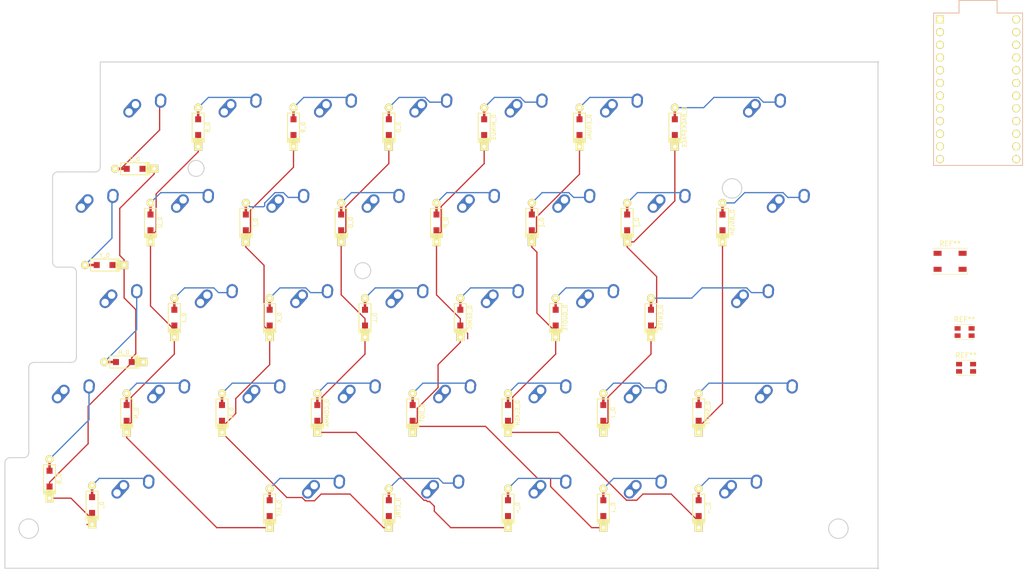
<source format=kicad_pcb>
(kicad_pcb (version 20171130) (host pcbnew "(5.1.4)-1")
  (layers (0 F.Cu signal) (31 B.Cu signal) (34 B.Paste user) (35 F.Paste user) (36 B.SilkS user) (37 F.SilkS user) (38 B.Mask user) (39 F.Mask user) (44 Edge.Cuts user))
  (net 0 "")
  (net 1 GND)
  (net 2 VCC)
  (net 3 /col0)
  (net 4 /col1)
  (net 5 /col2)
  (net 6 /col3)
  (net 7 /col4)
  (net 8 /col5)
  (net 9 /col6)
  (net 10 /col7)
  (net 11 "Net-(K_7-Pad1)")
  (net 12 "Net-(D_7-Pad2)")
  (net 13 "Net-(K_8-Pad1)")
  (net 14 "Net-(D_8-Pad2)")
  (net 15 "Net-(K_9-Pad1)")
  (net 16 "Net-(D_9-Pad2)")
  (net 17 "Net-(K_0-Pad1)")
  (net 18 "Net-(D_0-Pad2)")
  (net 19 "Net-(K_MINUS-Pad1)")
  (net 20 "Net-(D_MINUS-Pad2)")
  (net 21 "Net-(K_EQUAL-Pad1)")
  (net 22 "Net-(D_EQUAL-Pad2)")
  (net 23 "Net-(K_BACKSPACE-Pad1)")
  (net 24 "Net-(D_BACKSPACE-Pad2)")
  (net 25 "Net-(K_Y-Pad1)")
  (net 26 "Net-(D_Y-Pad2)")
  (net 27 "Net-(K_U-Pad1)")
  (net 28 "Net-(D_U-Pad2)")
  (net 29 "Net-(K_I-Pad1)")
  (net 30 "Net-(D_I-Pad2)")
  (net 31 "Net-(K_O-Pad1)")
  (net 32 "Net-(D_O-Pad2)")
  (net 33 "Net-(K_P-Pad1)")
  (net 34 "Net-(D_P-Pad2)")
  (net 35 "Net-(K_[-Pad1)")
  (net 36 "Net-(D_[-Pad2)")
  (net 37 "Net-(K_]-Pad1)")
  (net 38 "Net-(D_]-Pad2)")
  (net 39 "Net-(K_BSLSH-Pad1)")
  (net 40 "Net-(D_BSLSH-Pad2)")
  (net 41 "Net-(K_H-Pad1)")
  (net 42 "Net-(D_H-Pad2)")
  (net 43 "Net-(K_J-Pad1)")
  (net 44 "Net-(D_J-Pad2)")
  (net 45 "Net-(K_K-Pad1)")
  (net 46 "Net-(D_K-Pad2)")
  (net 47 "Net-(K_L-Pad1)")
  (net 48 "Net-(D_L-Pad2)")
  (net 49 "Net-(K_SEMIC-Pad1)")
  (net 50 "Net-(D_SEMIC-Pad2)")
  (net 51 "Net-(K_QUOTE-Pad1)")
  (net 52 "Net-(D_QUOTE-Pad2)")
  (net 53 "Net-(K_ENTER-Pad1)")
  (net 54 "Net-(D_ENTER-Pad2)")
  (net 55 "Net-(K_B-Pad1)")
  (net 56 "Net-(D_B-Pad2)")
  (net 57 "Net-(K_N-Pad1)")
  (net 58 "Net-(D_N-Pad2)")
  (net 59 "Net-(K_M-Pad1)")
  (net 60 "Net-(D_M-Pad2)")
  (net 61 "Net-(K_COMMA-Pad1)")
  (net 62 "Net-(D_COMMA-Pad2)")
  (net 63 "Net-(K_DOT-Pad1)")
  (net 64 "Net-(D_DOT-Pad2)")
  (net 65 "Net-(K_SLASH-Pad1)")
  (net 66 "Net-(D_SLASH-Pad2)")
  (net 67 "Net-(K_↾-Pad1)")
  (net 68 "Net-(D_↾-Pad2)")
  (net 69 "Net-(K_SHIFT-Pad1)")
  (net 70 "Net-(D_SHIFT-Pad2)")
  (net 71 "Net-(K_-Pad1)")
  (net 72 "Net-(D_-Pad2)")
  (net 73 "Net-(K_ALT-Pad1)")
  (net 74 "Net-(D_ALT-Pad2)")
  (net 75 "Net-(K_CTRL-Pad1)")
  (net 76 "Net-(D_CTRL-Pad2)")
  (net 77 "Net-(K_↼-Pad1)")
  (net 78 "Net-(D_↼-Pad2)")
  (net 79 "Net-(K_⇃-Pad1)")
  (net 80 "Net-(D_⇃-Pad2)")
  (net 81 "Net-(K_⇁-Pad1)")
  (net 82 "Net-(D_⇁-Pad2)")
  (module LED_SMD:LED_Kingbright_AAA3528ESGCT (layer F.Cu) (at 212.05 78.15)
    (fp_text reference REF** (at 0 -2.5) (layer F.SilkS))
    (fp_text value LED_Kingbright_AAA3528ESGCT)
    (pad 1 smd rect (at -1.4 -0.725) (size 1.2 0.9) (layers F.Cu F.Paste F.Mask))
    (pad 3 smd rect (at 1.4 0.725) (size 1.2 0.9) (layers F.Cu F.Paste F.Mask))
    (pad 4 smd rect (at -1.4 0.725) (size 1.2 0.9) (layers F.Cu F.Paste F.Mask))
    (pad 2 smd rect (at 1.4 -0.725) (size 1.2 0.9) (layers F.Cu F.Paste F.Mask))
  )
  (module LED_SMD:LED_Kingbright_AAA3528ESGCT (layer F.Cu) (at 211.75 71)
    (fp_text reference REF** (at 0 -2.5) (layer F.SilkS))
    (fp_text value LED_Kingbright_AAA3528ESGCT)
    (pad 1 smd rect (at -1.4 -0.725) (size 1.2 0.9) (layers F.Cu F.Paste F.Mask))
    (pad 3 smd rect (at 1.4 0.725) (size 1.2 0.9) (layers F.Cu F.Paste F.Mask))
    (pad 4 smd rect (at -1.4 0.725) (size 1.2 0.9) (layers F.Cu F.Paste F.Mask))
    (pad 2 smd rect (at 1.4 -0.725) (size 1.2 0.9) (layers F.Cu F.Paste F.Mask))
  )
  (module LEDs:LED_WS2812B-PLCC4 (layer F.Cu) (at 208.85 56.85)
    (fp_text reference REF** (at 0 -3.5) (layer F.SilkS))
    (fp_text value LED_WS2812B-PLCC4)
    (pad 1 smd rect (at -2.5 -1.6) (size 1.6 1) (layers F.Cu F.Paste F.Mask))
    (pad 2 smd rect (at -2.5 1.6) (size 1.6 1) (layers F.Cu F.Paste F.Mask))
    (pad 4 smd rect (at 2.5 -1.6) (size 1.6 1) (layers F.Cu F.Paste F.Mask))
    (pad 3 smd rect (at 2.5 1.6) (size 1.6 1) (layers F.Cu F.Paste F.Mask))
  )
  (module promicro:ProMicro (layer F.Cu) (at 214.45 22.45 270)
    (fp_text reference REF** hide)
    (fp_text value ProMicro)
    (pad 24 thru_hole circle (at -13.97 -7.62 270) (size 1.6 1.6) (drill 1.1) (layers *.Cu *.Mask F.SilkS))
    (pad 23 thru_hole circle (at -11.43 -7.62 270) (size 1.6 1.6) (drill 1.1) (layers *.Cu *.Mask F.SilkS))
    (pad 22 thru_hole circle (at -8.89 -7.62 270) (size 1.6 1.6) (drill 1.1) (layers *.Cu *.Mask F.SilkS))
    (pad 21 thru_hole circle (at -6.35 -7.62 270) (size 1.6 1.6) (drill 1.1) (layers *.Cu *.Mask F.SilkS))
    (pad 20 thru_hole circle (at -3.81 -7.62 270) (size 1.6 1.6) (drill 1.1) (layers *.Cu *.Mask F.SilkS))
    (pad 19 thru_hole circle (at -1.27 -7.62 270) (size 1.6 1.6) (drill 1.1) (layers *.Cu *.Mask F.SilkS))
    (pad 18 thru_hole circle (at 1.27 -7.62 270) (size 1.6 1.6) (drill 1.1) (layers *.Cu *.Mask F.SilkS))
    (pad 17 thru_hole circle (at 3.81 -7.62 270) (size 1.6 1.6) (drill 1.1) (layers *.Cu *.Mask F.SilkS))
    (pad 16 thru_hole circle (at 6.35 -7.62 270) (size 1.6 1.6) (drill 1.1) (layers *.Cu *.Mask F.SilkS))
    (pad 15 thru_hole circle (at 8.89 -7.62 270) (size 1.6 1.6) (drill 1.1) (layers *.Cu *.Mask F.SilkS))
    (pad 14 thru_hole circle (at 11.43 -7.62 270) (size 1.6 1.6) (drill 1.1) (layers *.Cu *.Mask F.SilkS))
    (pad 13 thru_hole circle (at 13.97 -7.62 270) (size 1.6 1.6) (drill 1.1) (layers *.Cu *.Mask F.SilkS))
    (pad 12 thru_hole circle (at 13.97 7.62 270) (size 1.6 1.6) (drill 1.1) (layers *.Cu *.Mask F.SilkS))
    (pad 11 thru_hole circle (at 11.43 7.62 270) (size 1.6 1.6) (drill 1.1) (layers *.Cu *.Mask F.SilkS))
    (pad 10 thru_hole circle (at 8.89 7.62 270) (size 1.6 1.6) (drill 1.1) (layers *.Cu *.Mask F.SilkS))
    (pad 9 thru_hole circle (at 6.35 7.62 270) (size 1.6 1.6) (drill 1.1) (layers *.Cu *.Mask F.SilkS))
    (pad 8 thru_hole circle (at 3.81 7.62 270) (size 1.6 1.6) (drill 1.1) (layers *.Cu *.Mask F.SilkS))
    (pad 7 thru_hole circle (at 1.27 7.62 270) (size 1.6 1.6) (drill 1.1) (layers *.Cu *.Mask F.SilkS))
    (pad 6 thru_hole circle (at -1.27 7.62 270) (size 1.6 1.6) (drill 1.1) (layers *.Cu *.Mask F.SilkS))
    (pad 5 thru_hole circle (at -3.81 7.62 270) (size 1.6 1.6) (drill 1.1) (layers *.Cu *.Mask F.SilkS))
    (pad 4 thru_hole circle (at -6.35 7.62 270) (size 1.6 1.6) (drill 1.1) (layers *.Cu *.Mask F.SilkS))
    (pad 3 thru_hole circle (at -8.89 7.62 270) (size 1.6 1.6) (drill 1.1) (layers *.Cu *.Mask F.SilkS))
    (pad 2 thru_hole circle (at -11.43 7.62 270) (size 1.6 1.6) (drill 1.1) (layers *.Cu *.Mask F.SilkS))
    (pad 1 thru_hole rect (at -13.97 7.62 270) (size 1.6 1.6) (drill 1.1) (layers *.Cu *.Mask F.SilkS))
  )
  (module MX_Alps_Hybrid:MX-1U-NoLED (layer F.Cu) (at 48.575 29.525)
    (fp_text reference K_7)
    (fp_text value KEYSW)
    (pad 1 thru_hole circle (at -2.5 -4) (size 2.25 2.25) (drill 1.47) (layers *.Cu B.Mask) (net 11 "Net-(K_7-Pad1)"))
    (pad 1 thru_hole oval (at -3.81 -2.54 48.0996) (size 4.211556 2.25) (drill 1.47 (offset 0.980778 0)) (layers *.Cu B.Mask) (net 11 "Net-(K_7-Pad1)"))
    (pad 2 thru_hole oval (at 2.5 -4.5 86.0548) (size 2.831378 2.25) (drill 1.47 (offset 0.290689 0)) (layers *.Cu B.Mask) (net 12 "Net-(D_7-Pad2)"))
    (pad 2 thru_hole circle (at 2.54 -5.08) (size 2.25 2.25) (drill 1.47) (layers *.Cu B.Mask) (net 12 "Net-(D_7-Pad2)"))
    (pad "" np_thru_hole circle (at 0 0) (size 3.9878 3.9878) (drill 3.9878) (layers *.Cu *.Mask))
    (pad "" np_thru_hole circle (at -5.08 0 48.0996) (size 1.75 1.75) (drill 1.75) (layers *.Cu *.Mask))
    (pad "" np_thru_hole circle (at 5.08 0 48.0996) (size 1.75 1.75) (drill 1.75) (layers *.Cu *.Mask))
  )
  (module keyboard_parts:D_SOD123_axial (layer F.Cu) (at 45.9 38.35 180)
    (fp_text reference D_7 (at 0 1.925) (layer F.SilkS) (effects (font (size 0.8 0.8)) (justify mirror)))
    (fp_text value D hide)
    (pad 1 smd rect (at -2.7 0 180) (size 2.5 0.5) (layers F.Cu) (net 3 /col0))
    (pad 1 smd rect (at -1.575 0 180) (size 1.2 1.2) (layers F.Cu F.Paste F.Mask) (net 3 /col0))
    (pad 1 thru_hole rect (at -3.9 0 180) (size 1.6 1.6) (drill 0.7) (layers *.Cu *.Mask F.SilkS) (net 3 /col0))
    (pad 2 smd rect (at 1.575 0 180) (size 1.2 1.2) (layers F.Cu F.Paste F.Mask) (net 12 "Net-(D_7-Pad2)"))
    (pad 2 smd rect (at 2.7 0 180) (size 2.5 0.5) (layers F.Cu) (net 12 "Net-(D_7-Pad2)"))
    (pad 2 thru_hole circle (at 3.9 0 180) (size 1.6 1.6) (drill 0.7) (layers *.Cu *.Mask F.SilkS) (net 12 "Net-(D_7-Pad2)"))
  )
  (module MX_Alps_Hybrid:MX-1U-NoLED (layer F.Cu) (at 67.625 29.525)
    (fp_text reference K_8)
    (fp_text value KEYSW)
    (pad 1 thru_hole circle (at -2.5 -4) (size 2.25 2.25) (drill 1.47) (layers *.Cu B.Mask) (net 13 "Net-(K_8-Pad1)"))
    (pad 1 thru_hole oval (at -3.81 -2.54 48.0996) (size 4.211556 2.25) (drill 1.47 (offset 0.980778 0)) (layers *.Cu B.Mask) (net 13 "Net-(K_8-Pad1)"))
    (pad 2 thru_hole oval (at 2.5 -4.5 86.0548) (size 2.831378 2.25) (drill 1.47 (offset 0.290689 0)) (layers *.Cu B.Mask) (net 14 "Net-(D_8-Pad2)"))
    (pad 2 thru_hole circle (at 2.54 -5.08) (size 2.25 2.25) (drill 1.47) (layers *.Cu B.Mask) (net 14 "Net-(D_8-Pad2)"))
    (pad "" np_thru_hole circle (at 0 0) (size 3.9878 3.9878) (drill 3.9878) (layers *.Cu *.Mask))
    (pad "" np_thru_hole circle (at -5.08 0 48.0996) (size 1.75 1.75) (drill 1.75) (layers *.Cu *.Mask))
    (pad "" np_thru_hole circle (at 5.08 0 48.0996) (size 1.75 1.75) (drill 1.75) (layers *.Cu *.Mask))
  )
  (module keyboard_parts:D_SOD123_axial (layer F.Cu) (at 58.6 30.025 90)
    (fp_text reference D_8 (at 0 1.925 90) (layer F.SilkS) (effects (font (size 0.8 0.8)) (justify mirror)))
    (fp_text value D hide)
    (pad 1 smd rect (at -2.7 0 90) (size 2.5 0.5) (layers F.Cu) (net 4 /col1))
    (pad 1 smd rect (at -1.575 0 90) (size 1.2 1.2) (layers F.Cu F.Paste F.Mask) (net 4 /col1))
    (pad 1 thru_hole rect (at -3.9 0 90) (size 1.6 1.6) (drill 0.7) (layers *.Cu *.Mask F.SilkS) (net 4 /col1))
    (pad 2 smd rect (at 1.575 0 90) (size 1.2 1.2) (layers F.Cu F.Paste F.Mask) (net 14 "Net-(D_8-Pad2)"))
    (pad 2 smd rect (at 2.7 0 90) (size 2.5 0.5) (layers F.Cu) (net 14 "Net-(D_8-Pad2)"))
    (pad 2 thru_hole circle (at 3.9 0 90) (size 1.6 1.6) (drill 0.7) (layers *.Cu *.Mask F.SilkS) (net 14 "Net-(D_8-Pad2)"))
  )
  (module MX_Alps_Hybrid:MX-1U-NoLED (layer F.Cu) (at 86.675 29.525)
    (fp_text reference K_9)
    (fp_text value KEYSW)
    (pad 1 thru_hole circle (at -2.5 -4) (size 2.25 2.25) (drill 1.47) (layers *.Cu B.Mask) (net 15 "Net-(K_9-Pad1)"))
    (pad 1 thru_hole oval (at -3.81 -2.54 48.0996) (size 4.211556 2.25) (drill 1.47 (offset 0.980778 0)) (layers *.Cu B.Mask) (net 15 "Net-(K_9-Pad1)"))
    (pad 2 thru_hole oval (at 2.5 -4.5 86.0548) (size 2.831378 2.25) (drill 1.47 (offset 0.290689 0)) (layers *.Cu B.Mask) (net 16 "Net-(D_9-Pad2)"))
    (pad 2 thru_hole circle (at 2.54 -5.08) (size 2.25 2.25) (drill 1.47) (layers *.Cu B.Mask) (net 16 "Net-(D_9-Pad2)"))
    (pad "" np_thru_hole circle (at 0 0) (size 3.9878 3.9878) (drill 3.9878) (layers *.Cu *.Mask))
    (pad "" np_thru_hole circle (at -5.08 0 48.0996) (size 1.75 1.75) (drill 1.75) (layers *.Cu *.Mask))
    (pad "" np_thru_hole circle (at 5.08 0 48.0996) (size 1.75 1.75) (drill 1.75) (layers *.Cu *.Mask))
  )
  (module keyboard_parts:D_SOD123_axial (layer F.Cu) (at 77.65 30.025 90)
    (fp_text reference D_9 (at 0 1.925 90) (layer F.SilkS) (effects (font (size 0.8 0.8)) (justify mirror)))
    (fp_text value D hide)
    (pad 1 smd rect (at -2.7 0 90) (size 2.5 0.5) (layers F.Cu) (net 5 /col2))
    (pad 1 smd rect (at -1.575 0 90) (size 1.2 1.2) (layers F.Cu F.Paste F.Mask) (net 5 /col2))
    (pad 1 thru_hole rect (at -3.9 0 90) (size 1.6 1.6) (drill 0.7) (layers *.Cu *.Mask F.SilkS) (net 5 /col2))
    (pad 2 smd rect (at 1.575 0 90) (size 1.2 1.2) (layers F.Cu F.Paste F.Mask) (net 16 "Net-(D_9-Pad2)"))
    (pad 2 smd rect (at 2.7 0 90) (size 2.5 0.5) (layers F.Cu) (net 16 "Net-(D_9-Pad2)"))
    (pad 2 thru_hole circle (at 3.9 0 90) (size 1.6 1.6) (drill 0.7) (layers *.Cu *.Mask F.SilkS) (net 16 "Net-(D_9-Pad2)"))
  )
  (module MX_Alps_Hybrid:MX-1U-NoLED (layer F.Cu) (at 105.725 29.525)
    (fp_text reference K_0)
    (fp_text value KEYSW)
    (pad 1 thru_hole circle (at -2.5 -4) (size 2.25 2.25) (drill 1.47) (layers *.Cu B.Mask) (net 17 "Net-(K_0-Pad1)"))
    (pad 1 thru_hole oval (at -3.81 -2.54 48.0996) (size 4.211556 2.25) (drill 1.47 (offset 0.980778 0)) (layers *.Cu B.Mask) (net 17 "Net-(K_0-Pad1)"))
    (pad 2 thru_hole oval (at 2.5 -4.5 86.0548) (size 2.831378 2.25) (drill 1.47 (offset 0.290689 0)) (layers *.Cu B.Mask) (net 18 "Net-(D_0-Pad2)"))
    (pad 2 thru_hole circle (at 2.54 -5.08) (size 2.25 2.25) (drill 1.47) (layers *.Cu B.Mask) (net 18 "Net-(D_0-Pad2)"))
    (pad "" np_thru_hole circle (at 0 0) (size 3.9878 3.9878) (drill 3.9878) (layers *.Cu *.Mask))
    (pad "" np_thru_hole circle (at -5.08 0 48.0996) (size 1.75 1.75) (drill 1.75) (layers *.Cu *.Mask))
    (pad "" np_thru_hole circle (at 5.08 0 48.0996) (size 1.75 1.75) (drill 1.75) (layers *.Cu *.Mask))
  )
  (module keyboard_parts:D_SOD123_axial (layer F.Cu) (at 96.7 30.025 90)
    (fp_text reference D_0 (at 0 1.925 90) (layer F.SilkS) (effects (font (size 0.8 0.8)) (justify mirror)))
    (fp_text value D hide)
    (pad 1 smd rect (at -2.7 0 90) (size 2.5 0.5) (layers F.Cu) (net 6 /col3))
    (pad 1 smd rect (at -1.575 0 90) (size 1.2 1.2) (layers F.Cu F.Paste F.Mask) (net 6 /col3))
    (pad 1 thru_hole rect (at -3.9 0 90) (size 1.6 1.6) (drill 0.7) (layers *.Cu *.Mask F.SilkS) (net 6 /col3))
    (pad 2 smd rect (at 1.575 0 90) (size 1.2 1.2) (layers F.Cu F.Paste F.Mask) (net 18 "Net-(D_0-Pad2)"))
    (pad 2 smd rect (at 2.7 0 90) (size 2.5 0.5) (layers F.Cu) (net 18 "Net-(D_0-Pad2)"))
    (pad 2 thru_hole circle (at 3.9 0 90) (size 1.6 1.6) (drill 0.7) (layers *.Cu *.Mask F.SilkS) (net 18 "Net-(D_0-Pad2)"))
  )
  (module MX_Alps_Hybrid:MX-1U-NoLED (layer F.Cu) (at 124.775 29.525)
    (fp_text reference K_MINUS)
    (fp_text value KEYSW)
    (pad 1 thru_hole circle (at -2.5 -4) (size 2.25 2.25) (drill 1.47) (layers *.Cu B.Mask) (net 19 "Net-(K_MINUS-Pad1)"))
    (pad 1 thru_hole oval (at -3.81 -2.54 48.0996) (size 4.211556 2.25) (drill 1.47 (offset 0.980778 0)) (layers *.Cu B.Mask) (net 19 "Net-(K_MINUS-Pad1)"))
    (pad 2 thru_hole oval (at 2.5 -4.5 86.0548) (size 2.831378 2.25) (drill 1.47 (offset 0.290689 0)) (layers *.Cu B.Mask) (net 20 "Net-(D_MINUS-Pad2)"))
    (pad 2 thru_hole circle (at 2.54 -5.08) (size 2.25 2.25) (drill 1.47) (layers *.Cu B.Mask) (net 20 "Net-(D_MINUS-Pad2)"))
    (pad "" np_thru_hole circle (at 0 0) (size 3.9878 3.9878) (drill 3.9878) (layers *.Cu *.Mask))
    (pad "" np_thru_hole circle (at -5.08 0 48.0996) (size 1.75 1.75) (drill 1.75) (layers *.Cu *.Mask))
    (pad "" np_thru_hole circle (at 5.08 0 48.0996) (size 1.75 1.75) (drill 1.75) (layers *.Cu *.Mask))
  )
  (module keyboard_parts:D_SOD123_axial (layer F.Cu) (at 115.75 30.025 90)
    (fp_text reference D_MINUS (at 0 1.925 90) (layer F.SilkS) (effects (font (size 0.8 0.8)) (justify mirror)))
    (fp_text value D hide)
    (pad 1 smd rect (at -2.7 0 90) (size 2.5 0.5) (layers F.Cu) (net 7 /col4))
    (pad 1 smd rect (at -1.575 0 90) (size 1.2 1.2) (layers F.Cu F.Paste F.Mask) (net 7 /col4))
    (pad 1 thru_hole rect (at -3.9 0 90) (size 1.6 1.6) (drill 0.7) (layers *.Cu *.Mask F.SilkS) (net 7 /col4))
    (pad 2 smd rect (at 1.575 0 90) (size 1.2 1.2) (layers F.Cu F.Paste F.Mask) (net 20 "Net-(D_MINUS-Pad2)"))
    (pad 2 smd rect (at 2.7 0 90) (size 2.5 0.5) (layers F.Cu) (net 20 "Net-(D_MINUS-Pad2)"))
    (pad 2 thru_hole circle (at 3.9 0 90) (size 1.6 1.6) (drill 0.7) (layers *.Cu *.Mask F.SilkS) (net 20 "Net-(D_MINUS-Pad2)"))
  )
  (module MX_Alps_Hybrid:MX-1U-NoLED (layer F.Cu) (at 143.825 29.525)
    (fp_text reference K_EQUAL)
    (fp_text value KEYSW)
    (pad 1 thru_hole circle (at -2.5 -4) (size 2.25 2.25) (drill 1.47) (layers *.Cu B.Mask) (net 21 "Net-(K_EQUAL-Pad1)"))
    (pad 1 thru_hole oval (at -3.81 -2.54 48.0996) (size 4.211556 2.25) (drill 1.47 (offset 0.980778 0)) (layers *.Cu B.Mask) (net 21 "Net-(K_EQUAL-Pad1)"))
    (pad 2 thru_hole oval (at 2.5 -4.5 86.0548) (size 2.831378 2.25) (drill 1.47 (offset 0.290689 0)) (layers *.Cu B.Mask) (net 22 "Net-(D_EQUAL-Pad2)"))
    (pad 2 thru_hole circle (at 2.54 -5.08) (size 2.25 2.25) (drill 1.47) (layers *.Cu B.Mask) (net 22 "Net-(D_EQUAL-Pad2)"))
    (pad "" np_thru_hole circle (at 0 0) (size 3.9878 3.9878) (drill 3.9878) (layers *.Cu *.Mask))
    (pad "" np_thru_hole circle (at -5.08 0 48.0996) (size 1.75 1.75) (drill 1.75) (layers *.Cu *.Mask))
    (pad "" np_thru_hole circle (at 5.08 0 48.0996) (size 1.75 1.75) (drill 1.75) (layers *.Cu *.Mask))
  )
  (module keyboard_parts:D_SOD123_axial (layer F.Cu) (at 134.8 30.025 90)
    (fp_text reference D_EQUAL (at 0 1.925 90) (layer F.SilkS) (effects (font (size 0.8 0.8)) (justify mirror)))
    (fp_text value D hide)
    (pad 1 smd rect (at -2.7 0 90) (size 2.5 0.5) (layers F.Cu) (net 8 /col5))
    (pad 1 smd rect (at -1.575 0 90) (size 1.2 1.2) (layers F.Cu F.Paste F.Mask) (net 8 /col5))
    (pad 1 thru_hole rect (at -3.9 0 90) (size 1.6 1.6) (drill 0.7) (layers *.Cu *.Mask F.SilkS) (net 8 /col5))
    (pad 2 smd rect (at 1.575 0 90) (size 1.2 1.2) (layers F.Cu F.Paste F.Mask) (net 22 "Net-(D_EQUAL-Pad2)"))
    (pad 2 smd rect (at 2.7 0 90) (size 2.5 0.5) (layers F.Cu) (net 22 "Net-(D_EQUAL-Pad2)"))
    (pad 2 thru_hole circle (at 3.9 0 90) (size 1.6 1.6) (drill 0.7) (layers *.Cu *.Mask F.SilkS) (net 22 "Net-(D_EQUAL-Pad2)"))
  )
  (module MX_Alps_Hybrid:MX-2U-NoLED (layer F.Cu) (at 172.4 29.525)
    (fp_text reference K_BACKSPACE)
    (fp_text value KEYSW)
    (pad 1 thru_hole circle (at -2.5 -4) (size 2.25 2.25) (drill 1.47) (layers *.Cu B.Mask) (net 23 "Net-(K_BACKSPACE-Pad1)"))
    (pad 1 thru_hole oval (at -3.81 -2.54 48.0996) (size 4.211556 2.25) (drill 1.47 (offset 0.980778 0)) (layers *.Cu B.Mask) (net 23 "Net-(K_BACKSPACE-Pad1)"))
    (pad 2 thru_hole oval (at 2.5 -4.5 86.0548) (size 2.831378 2.25) (drill 1.47 (offset 0.290689 0)) (layers *.Cu B.Mask) (net 24 "Net-(D_BACKSPACE-Pad2)"))
    (pad 2 thru_hole circle (at 2.54 -5.08) (size 2.25 2.25) (drill 1.47) (layers *.Cu B.Mask) (net 24 "Net-(D_BACKSPACE-Pad2)"))
    (pad "" np_thru_hole circle (at 0 0) (size 3.9878 3.9878) (drill 3.9878) (layers *.Cu *.Mask))
    (pad "" np_thru_hole circle (at -5.08 0 48.0996) (size 1.75 1.75) (drill 1.75) (layers *.Cu *.Mask))
    (pad "" np_thru_hole circle (at 5.08 0 48.0996) (size 1.75 1.75) (drill 1.75) (layers *.Cu *.Mask))
    (pad "" np_thru_hole circle (at -11.938 -6.985) (size 3.048 3.048) (drill 3.048) (layers *.Cu *.Mask))
    (pad "" np_thru_hole circle (at 11.938 -6.985) (size 3.048 3.048) (drill 3.048) (layers *.Cu *.Mask))
    (pad "" np_thru_hole circle (at -11.938 8.255) (size 3.9878 3.9878) (drill 3.9878) (layers *.Cu *.Mask))
    (pad "" np_thru_hole circle (at 11.938 8.255) (size 3.9878 3.9878) (drill 3.9878) (layers *.Cu *.Mask))
  )
  (module keyboard_parts:D_SOD123_axial (layer F.Cu) (at 153.85 30.025 90)
    (fp_text reference D_BACKSPACE (at 0 1.925 90) (layer F.SilkS) (effects (font (size 0.8 0.8)) (justify mirror)))
    (fp_text value D hide)
    (pad 1 smd rect (at -2.7 0 90) (size 2.5 0.5) (layers F.Cu) (net 9 /col6))
    (pad 1 smd rect (at -1.575 0 90) (size 1.2 1.2) (layers F.Cu F.Paste F.Mask) (net 9 /col6))
    (pad 1 thru_hole rect (at -3.9 0 90) (size 1.6 1.6) (drill 0.7) (layers *.Cu *.Mask F.SilkS) (net 9 /col6))
    (pad 2 smd rect (at 1.575 0 90) (size 1.2 1.2) (layers F.Cu F.Paste F.Mask) (net 24 "Net-(D_BACKSPACE-Pad2)"))
    (pad 2 smd rect (at 2.7 0 90) (size 2.5 0.5) (layers F.Cu) (net 24 "Net-(D_BACKSPACE-Pad2)"))
    (pad 2 thru_hole circle (at 3.9 0 90) (size 1.6 1.6) (drill 0.7) (layers *.Cu *.Mask F.SilkS) (net 24 "Net-(D_BACKSPACE-Pad2)"))
  )
  (module MX_Alps_Hybrid:MX-1U-NoLED (layer F.Cu) (at 39.05 48.575)
    (fp_text reference K_Y)
    (fp_text value KEYSW)
    (pad 1 thru_hole circle (at -2.5 -4) (size 2.25 2.25) (drill 1.47) (layers *.Cu B.Mask) (net 25 "Net-(K_Y-Pad1)"))
    (pad 1 thru_hole oval (at -3.81 -2.54 48.0996) (size 4.211556 2.25) (drill 1.47 (offset 0.980778 0)) (layers *.Cu B.Mask) (net 25 "Net-(K_Y-Pad1)"))
    (pad 2 thru_hole oval (at 2.5 -4.5 86.0548) (size 2.831378 2.25) (drill 1.47 (offset 0.290689 0)) (layers *.Cu B.Mask) (net 26 "Net-(D_Y-Pad2)"))
    (pad 2 thru_hole circle (at 2.54 -5.08) (size 2.25 2.25) (drill 1.47) (layers *.Cu B.Mask) (net 26 "Net-(D_Y-Pad2)"))
    (pad "" np_thru_hole circle (at 0 0) (size 3.9878 3.9878) (drill 3.9878) (layers *.Cu *.Mask))
    (pad "" np_thru_hole circle (at -5.08 0 48.0996) (size 1.75 1.75) (drill 1.75) (layers *.Cu *.Mask))
    (pad "" np_thru_hole circle (at 5.08 0 48.0996) (size 1.75 1.75) (drill 1.75) (layers *.Cu *.Mask))
  )
  (module keyboard_parts:D_SOD123_axial (layer F.Cu) (at 39.9 57.6 180)
    (fp_text reference D_Y (at 0 1.925) (layer F.SilkS) (effects (font (size 0.8 0.8)) (justify mirror)))
    (fp_text value D hide)
    (pad 1 smd rect (at -2.7 0 180) (size 2.5 0.5) (layers F.Cu) (net 3 /col0))
    (pad 1 smd rect (at -1.575 0 180) (size 1.2 1.2) (layers F.Cu F.Paste F.Mask) (net 3 /col0))
    (pad 1 thru_hole rect (at -3.9 0 180) (size 1.6 1.6) (drill 0.7) (layers *.Cu *.Mask F.SilkS) (net 3 /col0))
    (pad 2 smd rect (at 1.575 0 180) (size 1.2 1.2) (layers F.Cu F.Paste F.Mask) (net 26 "Net-(D_Y-Pad2)"))
    (pad 2 smd rect (at 2.7 0 180) (size 2.5 0.5) (layers F.Cu) (net 26 "Net-(D_Y-Pad2)"))
    (pad 2 thru_hole circle (at 3.9 0 180) (size 1.6 1.6) (drill 0.7) (layers *.Cu *.Mask F.SilkS) (net 26 "Net-(D_Y-Pad2)"))
  )
  (module MX_Alps_Hybrid:MX-1U-NoLED (layer F.Cu) (at 58.1 48.575)
    (fp_text reference K_U)
    (fp_text value KEYSW)
    (pad 1 thru_hole circle (at -2.5 -4) (size 2.25 2.25) (drill 1.47) (layers *.Cu B.Mask) (net 27 "Net-(K_U-Pad1)"))
    (pad 1 thru_hole oval (at -3.81 -2.54 48.0996) (size 4.211556 2.25) (drill 1.47 (offset 0.980778 0)) (layers *.Cu B.Mask) (net 27 "Net-(K_U-Pad1)"))
    (pad 2 thru_hole oval (at 2.5 -4.5 86.0548) (size 2.831378 2.25) (drill 1.47 (offset 0.290689 0)) (layers *.Cu B.Mask) (net 28 "Net-(D_U-Pad2)"))
    (pad 2 thru_hole circle (at 2.54 -5.08) (size 2.25 2.25) (drill 1.47) (layers *.Cu B.Mask) (net 28 "Net-(D_U-Pad2)"))
    (pad "" np_thru_hole circle (at 0 0) (size 3.9878 3.9878) (drill 3.9878) (layers *.Cu *.Mask))
    (pad "" np_thru_hole circle (at -5.08 0 48.0996) (size 1.75 1.75) (drill 1.75) (layers *.Cu *.Mask))
    (pad "" np_thru_hole circle (at 5.08 0 48.0996) (size 1.75 1.75) (drill 1.75) (layers *.Cu *.Mask))
  )
  (module keyboard_parts:D_SOD123_axial (layer F.Cu) (at 49.075 49.075 90)
    (fp_text reference D_U (at 0 1.925 90) (layer F.SilkS) (effects (font (size 0.8 0.8)) (justify mirror)))
    (fp_text value D hide)
    (pad 1 smd rect (at -2.7 0 90) (size 2.5 0.5) (layers F.Cu) (net 4 /col1))
    (pad 1 smd rect (at -1.575 0 90) (size 1.2 1.2) (layers F.Cu F.Paste F.Mask) (net 4 /col1))
    (pad 1 thru_hole rect (at -3.9 0 90) (size 1.6 1.6) (drill 0.7) (layers *.Cu *.Mask F.SilkS) (net 4 /col1))
    (pad 2 smd rect (at 1.575 0 90) (size 1.2 1.2) (layers F.Cu F.Paste F.Mask) (net 28 "Net-(D_U-Pad2)"))
    (pad 2 smd rect (at 2.7 0 90) (size 2.5 0.5) (layers F.Cu) (net 28 "Net-(D_U-Pad2)"))
    (pad 2 thru_hole circle (at 3.9 0 90) (size 1.6 1.6) (drill 0.7) (layers *.Cu *.Mask F.SilkS) (net 28 "Net-(D_U-Pad2)"))
  )
  (module MX_Alps_Hybrid:MX-1U-NoLED (layer F.Cu) (at 77.15 48.575)
    (fp_text reference K_I)
    (fp_text value KEYSW)
    (pad 1 thru_hole circle (at -2.5 -4) (size 2.25 2.25) (drill 1.47) (layers *.Cu B.Mask) (net 29 "Net-(K_I-Pad1)"))
    (pad 1 thru_hole oval (at -3.81 -2.54 48.0996) (size 4.211556 2.25) (drill 1.47 (offset 0.980778 0)) (layers *.Cu B.Mask) (net 29 "Net-(K_I-Pad1)"))
    (pad 2 thru_hole oval (at 2.5 -4.5 86.0548) (size 2.831378 2.25) (drill 1.47 (offset 0.290689 0)) (layers *.Cu B.Mask) (net 30 "Net-(D_I-Pad2)"))
    (pad 2 thru_hole circle (at 2.54 -5.08) (size 2.25 2.25) (drill 1.47) (layers *.Cu B.Mask) (net 30 "Net-(D_I-Pad2)"))
    (pad "" np_thru_hole circle (at 0 0) (size 3.9878 3.9878) (drill 3.9878) (layers *.Cu *.Mask))
    (pad "" np_thru_hole circle (at -5.08 0 48.0996) (size 1.75 1.75) (drill 1.75) (layers *.Cu *.Mask))
    (pad "" np_thru_hole circle (at 5.08 0 48.0996) (size 1.75 1.75) (drill 1.75) (layers *.Cu *.Mask))
  )
  (module keyboard_parts:D_SOD123_axial (layer F.Cu) (at 68.125 49.075 90)
    (fp_text reference D_I (at 0 1.925 90) (layer F.SilkS) (effects (font (size 0.8 0.8)) (justify mirror)))
    (fp_text value D hide)
    (pad 1 smd rect (at -2.7 0 90) (size 2.5 0.5) (layers F.Cu) (net 5 /col2))
    (pad 1 smd rect (at -1.575 0 90) (size 1.2 1.2) (layers F.Cu F.Paste F.Mask) (net 5 /col2))
    (pad 1 thru_hole rect (at -3.9 0 90) (size 1.6 1.6) (drill 0.7) (layers *.Cu *.Mask F.SilkS) (net 5 /col2))
    (pad 2 smd rect (at 1.575 0 90) (size 1.2 1.2) (layers F.Cu F.Paste F.Mask) (net 30 "Net-(D_I-Pad2)"))
    (pad 2 smd rect (at 2.7 0 90) (size 2.5 0.5) (layers F.Cu) (net 30 "Net-(D_I-Pad2)"))
    (pad 2 thru_hole circle (at 3.9 0 90) (size 1.6 1.6) (drill 0.7) (layers *.Cu *.Mask F.SilkS) (net 30 "Net-(D_I-Pad2)"))
  )
  (module MX_Alps_Hybrid:MX-1U-NoLED (layer F.Cu) (at 96.2 48.575)
    (fp_text reference K_O)
    (fp_text value KEYSW)
    (pad 1 thru_hole circle (at -2.5 -4) (size 2.25 2.25) (drill 1.47) (layers *.Cu B.Mask) (net 31 "Net-(K_O-Pad1)"))
    (pad 1 thru_hole oval (at -3.81 -2.54 48.0996) (size 4.211556 2.25) (drill 1.47 (offset 0.980778 0)) (layers *.Cu B.Mask) (net 31 "Net-(K_O-Pad1)"))
    (pad 2 thru_hole oval (at 2.5 -4.5 86.0548) (size 2.831378 2.25) (drill 1.47 (offset 0.290689 0)) (layers *.Cu B.Mask) (net 32 "Net-(D_O-Pad2)"))
    (pad 2 thru_hole circle (at 2.54 -5.08) (size 2.25 2.25) (drill 1.47) (layers *.Cu B.Mask) (net 32 "Net-(D_O-Pad2)"))
    (pad "" np_thru_hole circle (at 0 0) (size 3.9878 3.9878) (drill 3.9878) (layers *.Cu *.Mask))
    (pad "" np_thru_hole circle (at -5.08 0 48.0996) (size 1.75 1.75) (drill 1.75) (layers *.Cu *.Mask))
    (pad "" np_thru_hole circle (at 5.08 0 48.0996) (size 1.75 1.75) (drill 1.75) (layers *.Cu *.Mask))
  )
  (module keyboard_parts:D_SOD123_axial (layer F.Cu) (at 87.175 49.075 90)
    (fp_text reference D_O (at 0 1.925 90) (layer F.SilkS) (effects (font (size 0.8 0.8)) (justify mirror)))
    (fp_text value D hide)
    (pad 1 smd rect (at -2.7 0 90) (size 2.5 0.5) (layers F.Cu) (net 6 /col3))
    (pad 1 smd rect (at -1.575 0 90) (size 1.2 1.2) (layers F.Cu F.Paste F.Mask) (net 6 /col3))
    (pad 1 thru_hole rect (at -3.9 0 90) (size 1.6 1.6) (drill 0.7) (layers *.Cu *.Mask F.SilkS) (net 6 /col3))
    (pad 2 smd rect (at 1.575 0 90) (size 1.2 1.2) (layers F.Cu F.Paste F.Mask) (net 32 "Net-(D_O-Pad2)"))
    (pad 2 smd rect (at 2.7 0 90) (size 2.5 0.5) (layers F.Cu) (net 32 "Net-(D_O-Pad2)"))
    (pad 2 thru_hole circle (at 3.9 0 90) (size 1.6 1.6) (drill 0.7) (layers *.Cu *.Mask F.SilkS) (net 32 "Net-(D_O-Pad2)"))
  )
  (module MX_Alps_Hybrid:MX-1U-NoLED (layer F.Cu) (at 115.25 48.575)
    (fp_text reference K_P)
    (fp_text value KEYSW)
    (pad 1 thru_hole circle (at -2.5 -4) (size 2.25 2.25) (drill 1.47) (layers *.Cu B.Mask) (net 33 "Net-(K_P-Pad1)"))
    (pad 1 thru_hole oval (at -3.81 -2.54 48.0996) (size 4.211556 2.25) (drill 1.47 (offset 0.980778 0)) (layers *.Cu B.Mask) (net 33 "Net-(K_P-Pad1)"))
    (pad 2 thru_hole oval (at 2.5 -4.5 86.0548) (size 2.831378 2.25) (drill 1.47 (offset 0.290689 0)) (layers *.Cu B.Mask) (net 34 "Net-(D_P-Pad2)"))
    (pad 2 thru_hole circle (at 2.54 -5.08) (size 2.25 2.25) (drill 1.47) (layers *.Cu B.Mask) (net 34 "Net-(D_P-Pad2)"))
    (pad "" np_thru_hole circle (at 0 0) (size 3.9878 3.9878) (drill 3.9878) (layers *.Cu *.Mask))
    (pad "" np_thru_hole circle (at -5.08 0 48.0996) (size 1.75 1.75) (drill 1.75) (layers *.Cu *.Mask))
    (pad "" np_thru_hole circle (at 5.08 0 48.0996) (size 1.75 1.75) (drill 1.75) (layers *.Cu *.Mask))
  )
  (module keyboard_parts:D_SOD123_axial (layer F.Cu) (at 106.225 49.075 90)
    (fp_text reference D_P (at 0 1.925 90) (layer F.SilkS) (effects (font (size 0.8 0.8)) (justify mirror)))
    (fp_text value D hide)
    (pad 1 smd rect (at -2.7 0 90) (size 2.5 0.5) (layers F.Cu) (net 7 /col4))
    (pad 1 smd rect (at -1.575 0 90) (size 1.2 1.2) (layers F.Cu F.Paste F.Mask) (net 7 /col4))
    (pad 1 thru_hole rect (at -3.9 0 90) (size 1.6 1.6) (drill 0.7) (layers *.Cu *.Mask F.SilkS) (net 7 /col4))
    (pad 2 smd rect (at 1.575 0 90) (size 1.2 1.2) (layers F.Cu F.Paste F.Mask) (net 34 "Net-(D_P-Pad2)"))
    (pad 2 smd rect (at 2.7 0 90) (size 2.5 0.5) (layers F.Cu) (net 34 "Net-(D_P-Pad2)"))
    (pad 2 thru_hole circle (at 3.9 0 90) (size 1.6 1.6) (drill 0.7) (layers *.Cu *.Mask F.SilkS) (net 34 "Net-(D_P-Pad2)"))
  )
  (module MX_Alps_Hybrid:MX-1U-NoLED (layer F.Cu) (at 134.3 48.575)
    (fp_text reference K_[)
    (fp_text value KEYSW)
    (pad 1 thru_hole circle (at -2.5 -4) (size 2.25 2.25) (drill 1.47) (layers *.Cu B.Mask) (net 35 "Net-(K_[-Pad1)"))
    (pad 1 thru_hole oval (at -3.81 -2.54 48.0996) (size 4.211556 2.25) (drill 1.47 (offset 0.980778 0)) (layers *.Cu B.Mask) (net 35 "Net-(K_[-Pad1)"))
    (pad 2 thru_hole oval (at 2.5 -4.5 86.0548) (size 2.831378 2.25) (drill 1.47 (offset 0.290689 0)) (layers *.Cu B.Mask) (net 36 "Net-(D_[-Pad2)"))
    (pad 2 thru_hole circle (at 2.54 -5.08) (size 2.25 2.25) (drill 1.47) (layers *.Cu B.Mask) (net 36 "Net-(D_[-Pad2)"))
    (pad "" np_thru_hole circle (at 0 0) (size 3.9878 3.9878) (drill 3.9878) (layers *.Cu *.Mask))
    (pad "" np_thru_hole circle (at -5.08 0 48.0996) (size 1.75 1.75) (drill 1.75) (layers *.Cu *.Mask))
    (pad "" np_thru_hole circle (at 5.08 0 48.0996) (size 1.75 1.75) (drill 1.75) (layers *.Cu *.Mask))
  )
  (module keyboard_parts:D_SOD123_axial (layer F.Cu) (at 125.275 49.075 90)
    (fp_text reference D_[ (at 0 1.925 90) (layer F.SilkS) (effects (font (size 0.8 0.8)) (justify mirror)))
    (fp_text value D hide)
    (pad 1 smd rect (at -2.7 0 90) (size 2.5 0.5) (layers F.Cu) (net 8 /col5))
    (pad 1 smd rect (at -1.575 0 90) (size 1.2 1.2) (layers F.Cu F.Paste F.Mask) (net 8 /col5))
    (pad 1 thru_hole rect (at -3.9 0 90) (size 1.6 1.6) (drill 0.7) (layers *.Cu *.Mask F.SilkS) (net 8 /col5))
    (pad 2 smd rect (at 1.575 0 90) (size 1.2 1.2) (layers F.Cu F.Paste F.Mask) (net 36 "Net-(D_[-Pad2)"))
    (pad 2 smd rect (at 2.7 0 90) (size 2.5 0.5) (layers F.Cu) (net 36 "Net-(D_[-Pad2)"))
    (pad 2 thru_hole circle (at 3.9 0 90) (size 1.6 1.6) (drill 0.7) (layers *.Cu *.Mask F.SilkS) (net 36 "Net-(D_[-Pad2)"))
  )
  (module MX_Alps_Hybrid:MX-1U-NoLED (layer F.Cu) (at 153.35 48.575)
    (fp_text reference K_])
    (fp_text value KEYSW)
    (pad 1 thru_hole circle (at -2.5 -4) (size 2.25 2.25) (drill 1.47) (layers *.Cu B.Mask) (net 37 "Net-(K_]-Pad1)"))
    (pad 1 thru_hole oval (at -3.81 -2.54 48.0996) (size 4.211556 2.25) (drill 1.47 (offset 0.980778 0)) (layers *.Cu B.Mask) (net 37 "Net-(K_]-Pad1)"))
    (pad 2 thru_hole oval (at 2.5 -4.5 86.0548) (size 2.831378 2.25) (drill 1.47 (offset 0.290689 0)) (layers *.Cu B.Mask) (net 38 "Net-(D_]-Pad2)"))
    (pad 2 thru_hole circle (at 2.54 -5.08) (size 2.25 2.25) (drill 1.47) (layers *.Cu B.Mask) (net 38 "Net-(D_]-Pad2)"))
    (pad "" np_thru_hole circle (at 0 0) (size 3.9878 3.9878) (drill 3.9878) (layers *.Cu *.Mask))
    (pad "" np_thru_hole circle (at -5.08 0 48.0996) (size 1.75 1.75) (drill 1.75) (layers *.Cu *.Mask))
    (pad "" np_thru_hole circle (at 5.08 0 48.0996) (size 1.75 1.75) (drill 1.75) (layers *.Cu *.Mask))
  )
  (module keyboard_parts:D_SOD123_axial (layer F.Cu) (at 144.325 49.075 90)
    (fp_text reference D_] (at 0 1.925 90) (layer F.SilkS) (effects (font (size 0.8 0.8)) (justify mirror)))
    (fp_text value D hide)
    (pad 1 smd rect (at -2.7 0 90) (size 2.5 0.5) (layers F.Cu) (net 9 /col6))
    (pad 1 smd rect (at -1.575 0 90) (size 1.2 1.2) (layers F.Cu F.Paste F.Mask) (net 9 /col6))
    (pad 1 thru_hole rect (at -3.9 0 90) (size 1.6 1.6) (drill 0.7) (layers *.Cu *.Mask F.SilkS) (net 9 /col6))
    (pad 2 smd rect (at 1.575 0 90) (size 1.2 1.2) (layers F.Cu F.Paste F.Mask) (net 38 "Net-(D_]-Pad2)"))
    (pad 2 smd rect (at 2.7 0 90) (size 2.5 0.5) (layers F.Cu) (net 38 "Net-(D_]-Pad2)"))
    (pad 2 thru_hole circle (at 3.9 0 90) (size 1.6 1.6) (drill 0.7) (layers *.Cu *.Mask F.SilkS) (net 38 "Net-(D_]-Pad2)"))
  )
  (module MX_Alps_Hybrid:MX-1.5U-NoLED (layer F.Cu) (at 177.1625 48.575)
    (fp_text reference K_BSLSH)
    (fp_text value KEYSW)
    (pad 1 thru_hole circle (at -2.5 -4) (size 2.25 2.25) (drill 1.47) (layers *.Cu B.Mask) (net 39 "Net-(K_BSLSH-Pad1)"))
    (pad 1 thru_hole oval (at -3.81 -2.54 48.0996) (size 4.211556 2.25) (drill 1.47 (offset 0.980778 0)) (layers *.Cu B.Mask) (net 39 "Net-(K_BSLSH-Pad1)"))
    (pad 2 thru_hole oval (at 2.5 -4.5 86.0548) (size 2.831378 2.25) (drill 1.47 (offset 0.290689 0)) (layers *.Cu B.Mask) (net 40 "Net-(D_BSLSH-Pad2)"))
    (pad 2 thru_hole circle (at 2.54 -5.08) (size 2.25 2.25) (drill 1.47) (layers *.Cu B.Mask) (net 40 "Net-(D_BSLSH-Pad2)"))
    (pad "" np_thru_hole circle (at 0 0) (size 3.9878 3.9878) (drill 3.9878) (layers *.Cu *.Mask))
    (pad "" np_thru_hole circle (at -5.08 0 48.0996) (size 1.75 1.75) (drill 1.75) (layers *.Cu *.Mask))
    (pad "" np_thru_hole circle (at 5.08 0 48.0996) (size 1.75 1.75) (drill 1.75) (layers *.Cu *.Mask))
  )
  (module keyboard_parts:D_SOD123_axial (layer F.Cu) (at 163.375 49.075 90)
    (fp_text reference D_BSLSH (at 0 1.925 90) (layer F.SilkS) (effects (font (size 0.8 0.8)) (justify mirror)))
    (fp_text value D hide)
    (pad 1 smd rect (at -2.7 0 90) (size 2.5 0.5) (layers F.Cu) (net 10 /col7))
    (pad 1 smd rect (at -1.575 0 90) (size 1.2 1.2) (layers F.Cu F.Paste F.Mask) (net 10 /col7))
    (pad 1 thru_hole rect (at -3.9 0 90) (size 1.6 1.6) (drill 0.7) (layers *.Cu *.Mask F.SilkS) (net 10 /col7))
    (pad 2 smd rect (at 1.575 0 90) (size 1.2 1.2) (layers F.Cu F.Paste F.Mask) (net 40 "Net-(D_BSLSH-Pad2)"))
    (pad 2 smd rect (at 2.7 0 90) (size 2.5 0.5) (layers F.Cu) (net 40 "Net-(D_BSLSH-Pad2)"))
    (pad 2 thru_hole circle (at 3.9 0 90) (size 1.6 1.6) (drill 0.7) (layers *.Cu *.Mask F.SilkS) (net 40 "Net-(D_BSLSH-Pad2)"))
  )
  (module MX_Alps_Hybrid:MX-1U-NoLED (layer F.Cu) (at 43.8125 67.625)
    (fp_text reference K_H)
    (fp_text value KEYSW)
    (pad 1 thru_hole circle (at -2.5 -4) (size 2.25 2.25) (drill 1.47) (layers *.Cu B.Mask) (net 41 "Net-(K_H-Pad1)"))
    (pad 1 thru_hole oval (at -3.81 -2.54 48.0996) (size 4.211556 2.25) (drill 1.47 (offset 0.980778 0)) (layers *.Cu B.Mask) (net 41 "Net-(K_H-Pad1)"))
    (pad 2 thru_hole oval (at 2.5 -4.5 86.0548) (size 2.831378 2.25) (drill 1.47 (offset 0.290689 0)) (layers *.Cu B.Mask) (net 42 "Net-(D_H-Pad2)"))
    (pad 2 thru_hole circle (at 2.54 -5.08) (size 2.25 2.25) (drill 1.47) (layers *.Cu B.Mask) (net 42 "Net-(D_H-Pad2)"))
    (pad "" np_thru_hole circle (at 0 0) (size 3.9878 3.9878) (drill 3.9878) (layers *.Cu *.Mask))
    (pad "" np_thru_hole circle (at -5.08 0 48.0996) (size 1.75 1.75) (drill 1.75) (layers *.Cu *.Mask))
    (pad "" np_thru_hole circle (at 5.08 0 48.0996) (size 1.75 1.75) (drill 1.75) (layers *.Cu *.Mask))
  )
  (module keyboard_parts:D_SOD123_axial (layer F.Cu) (at 43.75 77 180)
    (fp_text reference D_H (at 0 1.925) (layer F.SilkS) (effects (font (size 0.8 0.8)) (justify mirror)))
    (fp_text value D hide)
    (pad 1 smd rect (at -2.7 0 180) (size 2.5 0.5) (layers F.Cu) (net 3 /col0))
    (pad 1 smd rect (at -1.575 0 180) (size 1.2 1.2) (layers F.Cu F.Paste F.Mask) (net 3 /col0))
    (pad 1 thru_hole rect (at -3.9 0 180) (size 1.6 1.6) (drill 0.7) (layers *.Cu *.Mask F.SilkS) (net 3 /col0))
    (pad 2 smd rect (at 1.575 0 180) (size 1.2 1.2) (layers F.Cu F.Paste F.Mask) (net 42 "Net-(D_H-Pad2)"))
    (pad 2 smd rect (at 2.7 0 180) (size 2.5 0.5) (layers F.Cu) (net 42 "Net-(D_H-Pad2)"))
    (pad 2 thru_hole circle (at 3.9 0 180) (size 1.6 1.6) (drill 0.7) (layers *.Cu *.Mask F.SilkS) (net 42 "Net-(D_H-Pad2)"))
  )
  (module MX_Alps_Hybrid:MX-1U-NoLED (layer F.Cu) (at 62.8625 67.625)
    (fp_text reference K_J)
    (fp_text value KEYSW)
    (pad 1 thru_hole circle (at -2.5 -4) (size 2.25 2.25) (drill 1.47) (layers *.Cu B.Mask) (net 43 "Net-(K_J-Pad1)"))
    (pad 1 thru_hole oval (at -3.81 -2.54 48.0996) (size 4.211556 2.25) (drill 1.47 (offset 0.980778 0)) (layers *.Cu B.Mask) (net 43 "Net-(K_J-Pad1)"))
    (pad 2 thru_hole oval (at 2.5 -4.5 86.0548) (size 2.831378 2.25) (drill 1.47 (offset 0.290689 0)) (layers *.Cu B.Mask) (net 44 "Net-(D_J-Pad2)"))
    (pad 2 thru_hole circle (at 2.54 -5.08) (size 2.25 2.25) (drill 1.47) (layers *.Cu B.Mask) (net 44 "Net-(D_J-Pad2)"))
    (pad "" np_thru_hole circle (at 0 0) (size 3.9878 3.9878) (drill 3.9878) (layers *.Cu *.Mask))
    (pad "" np_thru_hole circle (at -5.08 0 48.0996) (size 1.75 1.75) (drill 1.75) (layers *.Cu *.Mask))
    (pad "" np_thru_hole circle (at 5.08 0 48.0996) (size 1.75 1.75) (drill 1.75) (layers *.Cu *.Mask))
  )
  (module keyboard_parts:D_SOD123_axial (layer F.Cu) (at 53.8375 68.125 90)
    (fp_text reference D_J (at 0 1.925 90) (layer F.SilkS) (effects (font (size 0.8 0.8)) (justify mirror)))
    (fp_text value D hide)
    (pad 1 smd rect (at -2.7 0 90) (size 2.5 0.5) (layers F.Cu) (net 4 /col1))
    (pad 1 smd rect (at -1.575 0 90) (size 1.2 1.2) (layers F.Cu F.Paste F.Mask) (net 4 /col1))
    (pad 1 thru_hole rect (at -3.9 0 90) (size 1.6 1.6) (drill 0.7) (layers *.Cu *.Mask F.SilkS) (net 4 /col1))
    (pad 2 smd rect (at 1.575 0 90) (size 1.2 1.2) (layers F.Cu F.Paste F.Mask) (net 44 "Net-(D_J-Pad2)"))
    (pad 2 smd rect (at 2.7 0 90) (size 2.5 0.5) (layers F.Cu) (net 44 "Net-(D_J-Pad2)"))
    (pad 2 thru_hole circle (at 3.9 0 90) (size 1.6 1.6) (drill 0.7) (layers *.Cu *.Mask F.SilkS) (net 44 "Net-(D_J-Pad2)"))
  )
  (module MX_Alps_Hybrid:MX-1U-NoLED (layer F.Cu) (at 81.9125 67.625)
    (fp_text reference K_K)
    (fp_text value KEYSW)
    (pad 1 thru_hole circle (at -2.5 -4) (size 2.25 2.25) (drill 1.47) (layers *.Cu B.Mask) (net 45 "Net-(K_K-Pad1)"))
    (pad 1 thru_hole oval (at -3.81 -2.54 48.0996) (size 4.211556 2.25) (drill 1.47 (offset 0.980778 0)) (layers *.Cu B.Mask) (net 45 "Net-(K_K-Pad1)"))
    (pad 2 thru_hole oval (at 2.5 -4.5 86.0548) (size 2.831378 2.25) (drill 1.47 (offset 0.290689 0)) (layers *.Cu B.Mask) (net 46 "Net-(D_K-Pad2)"))
    (pad 2 thru_hole circle (at 2.54 -5.08) (size 2.25 2.25) (drill 1.47) (layers *.Cu B.Mask) (net 46 "Net-(D_K-Pad2)"))
    (pad "" np_thru_hole circle (at 0 0) (size 3.9878 3.9878) (drill 3.9878) (layers *.Cu *.Mask))
    (pad "" np_thru_hole circle (at -5.08 0 48.0996) (size 1.75 1.75) (drill 1.75) (layers *.Cu *.Mask))
    (pad "" np_thru_hole circle (at 5.08 0 48.0996) (size 1.75 1.75) (drill 1.75) (layers *.Cu *.Mask))
  )
  (module keyboard_parts:D_SOD123_axial (layer F.Cu) (at 72.8875 68.125 90)
    (fp_text reference D_K (at 0 1.925 90) (layer F.SilkS) (effects (font (size 0.8 0.8)) (justify mirror)))
    (fp_text value D hide)
    (pad 1 smd rect (at -2.7 0 90) (size 2.5 0.5) (layers F.Cu) (net 5 /col2))
    (pad 1 smd rect (at -1.575 0 90) (size 1.2 1.2) (layers F.Cu F.Paste F.Mask) (net 5 /col2))
    (pad 1 thru_hole rect (at -3.9 0 90) (size 1.6 1.6) (drill 0.7) (layers *.Cu *.Mask F.SilkS) (net 5 /col2))
    (pad 2 smd rect (at 1.575 0 90) (size 1.2 1.2) (layers F.Cu F.Paste F.Mask) (net 46 "Net-(D_K-Pad2)"))
    (pad 2 smd rect (at 2.7 0 90) (size 2.5 0.5) (layers F.Cu) (net 46 "Net-(D_K-Pad2)"))
    (pad 2 thru_hole circle (at 3.9 0 90) (size 1.6 1.6) (drill 0.7) (layers *.Cu *.Mask F.SilkS) (net 46 "Net-(D_K-Pad2)"))
  )
  (module MX_Alps_Hybrid:MX-1U-NoLED (layer F.Cu) (at 100.9625 67.625)
    (fp_text reference K_L)
    (fp_text value KEYSW)
    (pad 1 thru_hole circle (at -2.5 -4) (size 2.25 2.25) (drill 1.47) (layers *.Cu B.Mask) (net 47 "Net-(K_L-Pad1)"))
    (pad 1 thru_hole oval (at -3.81 -2.54 48.0996) (size 4.211556 2.25) (drill 1.47 (offset 0.980778 0)) (layers *.Cu B.Mask) (net 47 "Net-(K_L-Pad1)"))
    (pad 2 thru_hole oval (at 2.5 -4.5 86.0548) (size 2.831378 2.25) (drill 1.47 (offset 0.290689 0)) (layers *.Cu B.Mask) (net 48 "Net-(D_L-Pad2)"))
    (pad 2 thru_hole circle (at 2.54 -5.08) (size 2.25 2.25) (drill 1.47) (layers *.Cu B.Mask) (net 48 "Net-(D_L-Pad2)"))
    (pad "" np_thru_hole circle (at 0 0) (size 3.9878 3.9878) (drill 3.9878) (layers *.Cu *.Mask))
    (pad "" np_thru_hole circle (at -5.08 0 48.0996) (size 1.75 1.75) (drill 1.75) (layers *.Cu *.Mask))
    (pad "" np_thru_hole circle (at 5.08 0 48.0996) (size 1.75 1.75) (drill 1.75) (layers *.Cu *.Mask))
  )
  (module keyboard_parts:D_SOD123_axial (layer F.Cu) (at 91.9375 68.125 90)
    (fp_text reference D_L (at 0 1.925 90) (layer F.SilkS) (effects (font (size 0.8 0.8)) (justify mirror)))
    (fp_text value D hide)
    (pad 1 smd rect (at -2.7 0 90) (size 2.5 0.5) (layers F.Cu) (net 6 /col3))
    (pad 1 smd rect (at -1.575 0 90) (size 1.2 1.2) (layers F.Cu F.Paste F.Mask) (net 6 /col3))
    (pad 1 thru_hole rect (at -3.9 0 90) (size 1.6 1.6) (drill 0.7) (layers *.Cu *.Mask F.SilkS) (net 6 /col3))
    (pad 2 smd rect (at 1.575 0 90) (size 1.2 1.2) (layers F.Cu F.Paste F.Mask) (net 48 "Net-(D_L-Pad2)"))
    (pad 2 smd rect (at 2.7 0 90) (size 2.5 0.5) (layers F.Cu) (net 48 "Net-(D_L-Pad2)"))
    (pad 2 thru_hole circle (at 3.9 0 90) (size 1.6 1.6) (drill 0.7) (layers *.Cu *.Mask F.SilkS) (net 48 "Net-(D_L-Pad2)"))
  )
  (module MX_Alps_Hybrid:MX-1U-NoLED (layer F.Cu) (at 120.0125 67.625)
    (fp_text reference K_SEMIC)
    (fp_text value KEYSW)
    (pad 1 thru_hole circle (at -2.5 -4) (size 2.25 2.25) (drill 1.47) (layers *.Cu B.Mask) (net 49 "Net-(K_SEMIC-Pad1)"))
    (pad 1 thru_hole oval (at -3.81 -2.54 48.0996) (size 4.211556 2.25) (drill 1.47 (offset 0.980778 0)) (layers *.Cu B.Mask) (net 49 "Net-(K_SEMIC-Pad1)"))
    (pad 2 thru_hole oval (at 2.5 -4.5 86.0548) (size 2.831378 2.25) (drill 1.47 (offset 0.290689 0)) (layers *.Cu B.Mask) (net 50 "Net-(D_SEMIC-Pad2)"))
    (pad 2 thru_hole circle (at 2.54 -5.08) (size 2.25 2.25) (drill 1.47) (layers *.Cu B.Mask) (net 50 "Net-(D_SEMIC-Pad2)"))
    (pad "" np_thru_hole circle (at 0 0) (size 3.9878 3.9878) (drill 3.9878) (layers *.Cu *.Mask))
    (pad "" np_thru_hole circle (at -5.08 0 48.0996) (size 1.75 1.75) (drill 1.75) (layers *.Cu *.Mask))
    (pad "" np_thru_hole circle (at 5.08 0 48.0996) (size 1.75 1.75) (drill 1.75) (layers *.Cu *.Mask))
  )
  (module keyboard_parts:D_SOD123_axial (layer F.Cu) (at 110.9875 68.125 90)
    (fp_text reference D_SEMIC (at 0 1.925 90) (layer F.SilkS) (effects (font (size 0.8 0.8)) (justify mirror)))
    (fp_text value D hide)
    (pad 1 smd rect (at -2.7 0 90) (size 2.5 0.5) (layers F.Cu) (net 7 /col4))
    (pad 1 smd rect (at -1.575 0 90) (size 1.2 1.2) (layers F.Cu F.Paste F.Mask) (net 7 /col4))
    (pad 1 thru_hole rect (at -3.9 0 90) (size 1.6 1.6) (drill 0.7) (layers *.Cu *.Mask F.SilkS) (net 7 /col4))
    (pad 2 smd rect (at 1.575 0 90) (size 1.2 1.2) (layers F.Cu F.Paste F.Mask) (net 50 "Net-(D_SEMIC-Pad2)"))
    (pad 2 smd rect (at 2.7 0 90) (size 2.5 0.5) (layers F.Cu) (net 50 "Net-(D_SEMIC-Pad2)"))
    (pad 2 thru_hole circle (at 3.9 0 90) (size 1.6 1.6) (drill 0.7) (layers *.Cu *.Mask F.SilkS) (net 50 "Net-(D_SEMIC-Pad2)"))
  )
  (module MX_Alps_Hybrid:MX-1U-NoLED (layer F.Cu) (at 139.0625 67.625)
    (fp_text reference K_QUOTE)
    (fp_text value KEYSW)
    (pad 1 thru_hole circle (at -2.5 -4) (size 2.25 2.25) (drill 1.47) (layers *.Cu B.Mask) (net 51 "Net-(K_QUOTE-Pad1)"))
    (pad 1 thru_hole oval (at -3.81 -2.54 48.0996) (size 4.211556 2.25) (drill 1.47 (offset 0.980778 0)) (layers *.Cu B.Mask) (net 51 "Net-(K_QUOTE-Pad1)"))
    (pad 2 thru_hole oval (at 2.5 -4.5 86.0548) (size 2.831378 2.25) (drill 1.47 (offset 0.290689 0)) (layers *.Cu B.Mask) (net 52 "Net-(D_QUOTE-Pad2)"))
    (pad 2 thru_hole circle (at 2.54 -5.08) (size 2.25 2.25) (drill 1.47) (layers *.Cu B.Mask) (net 52 "Net-(D_QUOTE-Pad2)"))
    (pad "" np_thru_hole circle (at 0 0) (size 3.9878 3.9878) (drill 3.9878) (layers *.Cu *.Mask))
    (pad "" np_thru_hole circle (at -5.08 0 48.0996) (size 1.75 1.75) (drill 1.75) (layers *.Cu *.Mask))
    (pad "" np_thru_hole circle (at 5.08 0 48.0996) (size 1.75 1.75) (drill 1.75) (layers *.Cu *.Mask))
  )
  (module keyboard_parts:D_SOD123_axial (layer F.Cu) (at 130.0375 68.125 90)
    (fp_text reference D_QUOTE (at 0 1.925 90) (layer F.SilkS) (effects (font (size 0.8 0.8)) (justify mirror)))
    (fp_text value D hide)
    (pad 1 smd rect (at -2.7 0 90) (size 2.5 0.5) (layers F.Cu) (net 8 /col5))
    (pad 1 smd rect (at -1.575 0 90) (size 1.2 1.2) (layers F.Cu F.Paste F.Mask) (net 8 /col5))
    (pad 1 thru_hole rect (at -3.9 0 90) (size 1.6 1.6) (drill 0.7) (layers *.Cu *.Mask F.SilkS) (net 8 /col5))
    (pad 2 smd rect (at 1.575 0 90) (size 1.2 1.2) (layers F.Cu F.Paste F.Mask) (net 52 "Net-(D_QUOTE-Pad2)"))
    (pad 2 smd rect (at 2.7 0 90) (size 2.5 0.5) (layers F.Cu) (net 52 "Net-(D_QUOTE-Pad2)"))
    (pad 2 thru_hole circle (at 3.9 0 90) (size 1.6 1.6) (drill 0.7) (layers *.Cu *.Mask F.SilkS) (net 52 "Net-(D_QUOTE-Pad2)"))
  )
  (module MX_Alps_Hybrid:MX-2.25U-NoLED (layer F.Cu) (at 170.01875 67.625)
    (fp_text reference K_ENTER)
    (fp_text value KEYSW)
    (pad 1 thru_hole circle (at -2.5 -4) (size 2.25 2.25) (drill 1.47) (layers *.Cu B.Mask) (net 53 "Net-(K_ENTER-Pad1)"))
    (pad 1 thru_hole oval (at -3.81 -2.54 48.0996) (size 4.211556 2.25) (drill 1.47 (offset 0.980778 0)) (layers *.Cu B.Mask) (net 53 "Net-(K_ENTER-Pad1)"))
    (pad 2 thru_hole oval (at 2.5 -4.5 86.0548) (size 2.831378 2.25) (drill 1.47 (offset 0.290689 0)) (layers *.Cu B.Mask) (net 54 "Net-(D_ENTER-Pad2)"))
    (pad 2 thru_hole circle (at 2.54 -5.08) (size 2.25 2.25) (drill 1.47) (layers *.Cu B.Mask) (net 54 "Net-(D_ENTER-Pad2)"))
    (pad "" np_thru_hole circle (at 0 0) (size 3.9878 3.9878) (drill 3.9878) (layers *.Cu *.Mask))
    (pad "" np_thru_hole circle (at -5.08 0 48.0996) (size 1.75 1.75) (drill 1.75) (layers *.Cu *.Mask))
    (pad "" np_thru_hole circle (at 5.08 0 48.0996) (size 1.75 1.75) (drill 1.75) (layers *.Cu *.Mask))
    (pad "" np_thru_hole circle (at -11.938 -6.985) (size 3.048 3.048) (drill 3.048) (layers *.Cu *.Mask))
    (pad "" np_thru_hole circle (at 11.938 -6.985) (size 3.048 3.048) (drill 3.048) (layers *.Cu *.Mask))
    (pad "" np_thru_hole circle (at -11.938 8.255) (size 3.9878 3.9878) (drill 3.9878) (layers *.Cu *.Mask))
    (pad "" np_thru_hole circle (at 11.938 8.255) (size 3.9878 3.9878) (drill 3.9878) (layers *.Cu *.Mask))
  )
  (module keyboard_parts:D_SOD123_axial (layer F.Cu) (at 149.0875 68.125 90)
    (fp_text reference D_ENTER (at 0 1.925 90) (layer F.SilkS) (effects (font (size 0.8 0.8)) (justify mirror)))
    (fp_text value D hide)
    (pad 1 smd rect (at -2.7 0 90) (size 2.5 0.5) (layers F.Cu) (net 9 /col6))
    (pad 1 smd rect (at -1.575 0 90) (size 1.2 1.2) (layers F.Cu F.Paste F.Mask) (net 9 /col6))
    (pad 1 thru_hole rect (at -3.9 0 90) (size 1.6 1.6) (drill 0.7) (layers *.Cu *.Mask F.SilkS) (net 9 /col6))
    (pad 2 smd rect (at 1.575 0 90) (size 1.2 1.2) (layers F.Cu F.Paste F.Mask) (net 54 "Net-(D_ENTER-Pad2)"))
    (pad 2 smd rect (at 2.7 0 90) (size 2.5 0.5) (layers F.Cu) (net 54 "Net-(D_ENTER-Pad2)"))
    (pad 2 thru_hole circle (at 3.9 0 90) (size 1.6 1.6) (drill 0.7) (layers *.Cu *.Mask F.SilkS) (net 54 "Net-(D_ENTER-Pad2)"))
  )
  (module MX_Alps_Hybrid:MX-1U-NoLED (layer F.Cu) (at 34.2875 86.675)
    (fp_text reference K_B)
    (fp_text value KEYSW)
    (pad 1 thru_hole circle (at -2.5 -4) (size 2.25 2.25) (drill 1.47) (layers *.Cu B.Mask) (net 55 "Net-(K_B-Pad1)"))
    (pad 1 thru_hole oval (at -3.81 -2.54 48.0996) (size 4.211556 2.25) (drill 1.47 (offset 0.980778 0)) (layers *.Cu B.Mask) (net 55 "Net-(K_B-Pad1)"))
    (pad 2 thru_hole oval (at 2.5 -4.5 86.0548) (size 2.831378 2.25) (drill 1.47 (offset 0.290689 0)) (layers *.Cu B.Mask) (net 56 "Net-(D_B-Pad2)"))
    (pad 2 thru_hole circle (at 2.54 -5.08) (size 2.25 2.25) (drill 1.47) (layers *.Cu B.Mask) (net 56 "Net-(D_B-Pad2)"))
    (pad "" np_thru_hole circle (at 0 0) (size 3.9878 3.9878) (drill 3.9878) (layers *.Cu *.Mask))
    (pad "" np_thru_hole circle (at -5.08 0 48.0996) (size 1.75 1.75) (drill 1.75) (layers *.Cu *.Mask))
    (pad "" np_thru_hole circle (at 5.08 0 48.0996) (size 1.75 1.75) (drill 1.75) (layers *.Cu *.Mask))
  )
  (module keyboard_parts:D_SOD123_axial (layer F.Cu) (at 28.9 100.325 90)
    (fp_text reference D_B (at 0 1.925 90) (layer F.SilkS) (effects (font (size 0.8 0.8)) (justify mirror)))
    (fp_text value D hide)
    (pad 1 smd rect (at -2.7 0 90) (size 2.5 0.5) (layers F.Cu) (net 3 /col0))
    (pad 1 smd rect (at -1.575 0 90) (size 1.2 1.2) (layers F.Cu F.Paste F.Mask) (net 3 /col0))
    (pad 1 thru_hole rect (at -3.9 0 90) (size 1.6 1.6) (drill 0.7) (layers *.Cu *.Mask F.SilkS) (net 3 /col0))
    (pad 2 smd rect (at 1.575 0 90) (size 1.2 1.2) (layers F.Cu F.Paste F.Mask) (net 56 "Net-(D_B-Pad2)"))
    (pad 2 smd rect (at 2.7 0 90) (size 2.5 0.5) (layers F.Cu) (net 56 "Net-(D_B-Pad2)"))
    (pad 2 thru_hole circle (at 3.9 0 90) (size 1.6 1.6) (drill 0.7) (layers *.Cu *.Mask F.SilkS) (net 56 "Net-(D_B-Pad2)"))
  )
  (module MX_Alps_Hybrid:MX-1U-NoLED (layer F.Cu) (at 53.3375 86.675)
    (fp_text reference K_N)
    (fp_text value KEYSW)
    (pad 1 thru_hole circle (at -2.5 -4) (size 2.25 2.25) (drill 1.47) (layers *.Cu B.Mask) (net 57 "Net-(K_N-Pad1)"))
    (pad 1 thru_hole oval (at -3.81 -2.54 48.0996) (size 4.211556 2.25) (drill 1.47 (offset 0.980778 0)) (layers *.Cu B.Mask) (net 57 "Net-(K_N-Pad1)"))
    (pad 2 thru_hole oval (at 2.5 -4.5 86.0548) (size 2.831378 2.25) (drill 1.47 (offset 0.290689 0)) (layers *.Cu B.Mask) (net 58 "Net-(D_N-Pad2)"))
    (pad 2 thru_hole circle (at 2.54 -5.08) (size 2.25 2.25) (drill 1.47) (layers *.Cu B.Mask) (net 58 "Net-(D_N-Pad2)"))
    (pad "" np_thru_hole circle (at 0 0) (size 3.9878 3.9878) (drill 3.9878) (layers *.Cu *.Mask))
    (pad "" np_thru_hole circle (at -5.08 0 48.0996) (size 1.75 1.75) (drill 1.75) (layers *.Cu *.Mask))
    (pad "" np_thru_hole circle (at 5.08 0 48.0996) (size 1.75 1.75) (drill 1.75) (layers *.Cu *.Mask))
  )
  (module keyboard_parts:D_SOD123_axial (layer F.Cu) (at 44.3125 87.175 90)
    (fp_text reference D_N (at 0 1.925 90) (layer F.SilkS) (effects (font (size 0.8 0.8)) (justify mirror)))
    (fp_text value D hide)
    (pad 1 smd rect (at -2.7 0 90) (size 2.5 0.5) (layers F.Cu) (net 4 /col1))
    (pad 1 smd rect (at -1.575 0 90) (size 1.2 1.2) (layers F.Cu F.Paste F.Mask) (net 4 /col1))
    (pad 1 thru_hole rect (at -3.9 0 90) (size 1.6 1.6) (drill 0.7) (layers *.Cu *.Mask F.SilkS) (net 4 /col1))
    (pad 2 smd rect (at 1.575 0 90) (size 1.2 1.2) (layers F.Cu F.Paste F.Mask) (net 58 "Net-(D_N-Pad2)"))
    (pad 2 smd rect (at 2.7 0 90) (size 2.5 0.5) (layers F.Cu) (net 58 "Net-(D_N-Pad2)"))
    (pad 2 thru_hole circle (at 3.9 0 90) (size 1.6 1.6) (drill 0.7) (layers *.Cu *.Mask F.SilkS) (net 58 "Net-(D_N-Pad2)"))
  )
  (module MX_Alps_Hybrid:MX-1U-NoLED (layer F.Cu) (at 72.3875 86.675)
    (fp_text reference K_M)
    (fp_text value KEYSW)
    (pad 1 thru_hole circle (at -2.5 -4) (size 2.25 2.25) (drill 1.47) (layers *.Cu B.Mask) (net 59 "Net-(K_M-Pad1)"))
    (pad 1 thru_hole oval (at -3.81 -2.54 48.0996) (size 4.211556 2.25) (drill 1.47 (offset 0.980778 0)) (layers *.Cu B.Mask) (net 59 "Net-(K_M-Pad1)"))
    (pad 2 thru_hole oval (at 2.5 -4.5 86.0548) (size 2.831378 2.25) (drill 1.47 (offset 0.290689 0)) (layers *.Cu B.Mask) (net 60 "Net-(D_M-Pad2)"))
    (pad 2 thru_hole circle (at 2.54 -5.08) (size 2.25 2.25) (drill 1.47) (layers *.Cu B.Mask) (net 60 "Net-(D_M-Pad2)"))
    (pad "" np_thru_hole circle (at 0 0) (size 3.9878 3.9878) (drill 3.9878) (layers *.Cu *.Mask))
    (pad "" np_thru_hole circle (at -5.08 0 48.0996) (size 1.75 1.75) (drill 1.75) (layers *.Cu *.Mask))
    (pad "" np_thru_hole circle (at 5.08 0 48.0996) (size 1.75 1.75) (drill 1.75) (layers *.Cu *.Mask))
  )
  (module keyboard_parts:D_SOD123_axial (layer F.Cu) (at 63.3625 87.175 90)
    (fp_text reference D_M (at 0 1.925 90) (layer F.SilkS) (effects (font (size 0.8 0.8)) (justify mirror)))
    (fp_text value D hide)
    (pad 1 smd rect (at -2.7 0 90) (size 2.5 0.5) (layers F.Cu) (net 5 /col2))
    (pad 1 smd rect (at -1.575 0 90) (size 1.2 1.2) (layers F.Cu F.Paste F.Mask) (net 5 /col2))
    (pad 1 thru_hole rect (at -3.9 0 90) (size 1.6 1.6) (drill 0.7) (layers *.Cu *.Mask F.SilkS) (net 5 /col2))
    (pad 2 smd rect (at 1.575 0 90) (size 1.2 1.2) (layers F.Cu F.Paste F.Mask) (net 60 "Net-(D_M-Pad2)"))
    (pad 2 smd rect (at 2.7 0 90) (size 2.5 0.5) (layers F.Cu) (net 60 "Net-(D_M-Pad2)"))
    (pad 2 thru_hole circle (at 3.9 0 90) (size 1.6 1.6) (drill 0.7) (layers *.Cu *.Mask F.SilkS) (net 60 "Net-(D_M-Pad2)"))
  )
  (module MX_Alps_Hybrid:MX-1U-NoLED (layer F.Cu) (at 91.4375 86.675)
    (fp_text reference K_COMMA)
    (fp_text value KEYSW)
    (pad 1 thru_hole circle (at -2.5 -4) (size 2.25 2.25) (drill 1.47) (layers *.Cu B.Mask) (net 61 "Net-(K_COMMA-Pad1)"))
    (pad 1 thru_hole oval (at -3.81 -2.54 48.0996) (size 4.211556 2.25) (drill 1.47 (offset 0.980778 0)) (layers *.Cu B.Mask) (net 61 "Net-(K_COMMA-Pad1)"))
    (pad 2 thru_hole oval (at 2.5 -4.5 86.0548) (size 2.831378 2.25) (drill 1.47 (offset 0.290689 0)) (layers *.Cu B.Mask) (net 62 "Net-(D_COMMA-Pad2)"))
    (pad 2 thru_hole circle (at 2.54 -5.08) (size 2.25 2.25) (drill 1.47) (layers *.Cu B.Mask) (net 62 "Net-(D_COMMA-Pad2)"))
    (pad "" np_thru_hole circle (at 0 0) (size 3.9878 3.9878) (drill 3.9878) (layers *.Cu *.Mask))
    (pad "" np_thru_hole circle (at -5.08 0 48.0996) (size 1.75 1.75) (drill 1.75) (layers *.Cu *.Mask))
    (pad "" np_thru_hole circle (at 5.08 0 48.0996) (size 1.75 1.75) (drill 1.75) (layers *.Cu *.Mask))
  )
  (module keyboard_parts:D_SOD123_axial (layer F.Cu) (at 82.4125 87.175 90)
    (fp_text reference D_COMMA (at 0 1.925 90) (layer F.SilkS) (effects (font (size 0.8 0.8)) (justify mirror)))
    (fp_text value D hide)
    (pad 1 smd rect (at -2.7 0 90) (size 2.5 0.5) (layers F.Cu) (net 6 /col3))
    (pad 1 smd rect (at -1.575 0 90) (size 1.2 1.2) (layers F.Cu F.Paste F.Mask) (net 6 /col3))
    (pad 1 thru_hole rect (at -3.9 0 90) (size 1.6 1.6) (drill 0.7) (layers *.Cu *.Mask F.SilkS) (net 6 /col3))
    (pad 2 smd rect (at 1.575 0 90) (size 1.2 1.2) (layers F.Cu F.Paste F.Mask) (net 62 "Net-(D_COMMA-Pad2)"))
    (pad 2 smd rect (at 2.7 0 90) (size 2.5 0.5) (layers F.Cu) (net 62 "Net-(D_COMMA-Pad2)"))
    (pad 2 thru_hole circle (at 3.9 0 90) (size 1.6 1.6) (drill 0.7) (layers *.Cu *.Mask F.SilkS) (net 62 "Net-(D_COMMA-Pad2)"))
  )
  (module MX_Alps_Hybrid:MX-1U-NoLED (layer F.Cu) (at 110.4875 86.675)
    (fp_text reference K_DOT)
    (fp_text value KEYSW)
    (pad 1 thru_hole circle (at -2.5 -4) (size 2.25 2.25) (drill 1.47) (layers *.Cu B.Mask) (net 63 "Net-(K_DOT-Pad1)"))
    (pad 1 thru_hole oval (at -3.81 -2.54 48.0996) (size 4.211556 2.25) (drill 1.47 (offset 0.980778 0)) (layers *.Cu B.Mask) (net 63 "Net-(K_DOT-Pad1)"))
    (pad 2 thru_hole oval (at 2.5 -4.5 86.0548) (size 2.831378 2.25) (drill 1.47 (offset 0.290689 0)) (layers *.Cu B.Mask) (net 64 "Net-(D_DOT-Pad2)"))
    (pad 2 thru_hole circle (at 2.54 -5.08) (size 2.25 2.25) (drill 1.47) (layers *.Cu B.Mask) (net 64 "Net-(D_DOT-Pad2)"))
    (pad "" np_thru_hole circle (at 0 0) (size 3.9878 3.9878) (drill 3.9878) (layers *.Cu *.Mask))
    (pad "" np_thru_hole circle (at -5.08 0 48.0996) (size 1.75 1.75) (drill 1.75) (layers *.Cu *.Mask))
    (pad "" np_thru_hole circle (at 5.08 0 48.0996) (size 1.75 1.75) (drill 1.75) (layers *.Cu *.Mask))
  )
  (module keyboard_parts:D_SOD123_axial (layer F.Cu) (at 101.4625 87.175 90)
    (fp_text reference D_DOT (at 0 1.925 90) (layer F.SilkS) (effects (font (size 0.8 0.8)) (justify mirror)))
    (fp_text value D hide)
    (pad 1 smd rect (at -2.7 0 90) (size 2.5 0.5) (layers F.Cu) (net 7 /col4))
    (pad 1 smd rect (at -1.575 0 90) (size 1.2 1.2) (layers F.Cu F.Paste F.Mask) (net 7 /col4))
    (pad 1 thru_hole rect (at -3.9 0 90) (size 1.6 1.6) (drill 0.7) (layers *.Cu *.Mask F.SilkS) (net 7 /col4))
    (pad 2 smd rect (at 1.575 0 90) (size 1.2 1.2) (layers F.Cu F.Paste F.Mask) (net 64 "Net-(D_DOT-Pad2)"))
    (pad 2 smd rect (at 2.7 0 90) (size 2.5 0.5) (layers F.Cu) (net 64 "Net-(D_DOT-Pad2)"))
    (pad 2 thru_hole circle (at 3.9 0 90) (size 1.6 1.6) (drill 0.7) (layers *.Cu *.Mask F.SilkS) (net 64 "Net-(D_DOT-Pad2)"))
  )
  (module MX_Alps_Hybrid:MX-1U-NoLED (layer F.Cu) (at 129.5375 86.675)
    (fp_text reference K_SLASH)
    (fp_text value KEYSW)
    (pad 1 thru_hole circle (at -2.5 -4) (size 2.25 2.25) (drill 1.47) (layers *.Cu B.Mask) (net 65 "Net-(K_SLASH-Pad1)"))
    (pad 1 thru_hole oval (at -3.81 -2.54 48.0996) (size 4.211556 2.25) (drill 1.47 (offset 0.980778 0)) (layers *.Cu B.Mask) (net 65 "Net-(K_SLASH-Pad1)"))
    (pad 2 thru_hole oval (at 2.5 -4.5 86.0548) (size 2.831378 2.25) (drill 1.47 (offset 0.290689 0)) (layers *.Cu B.Mask) (net 66 "Net-(D_SLASH-Pad2)"))
    (pad 2 thru_hole circle (at 2.54 -5.08) (size 2.25 2.25) (drill 1.47) (layers *.Cu B.Mask) (net 66 "Net-(D_SLASH-Pad2)"))
    (pad "" np_thru_hole circle (at 0 0) (size 3.9878 3.9878) (drill 3.9878) (layers *.Cu *.Mask))
    (pad "" np_thru_hole circle (at -5.08 0 48.0996) (size 1.75 1.75) (drill 1.75) (layers *.Cu *.Mask))
    (pad "" np_thru_hole circle (at 5.08 0 48.0996) (size 1.75 1.75) (drill 1.75) (layers *.Cu *.Mask))
  )
  (module keyboard_parts:D_SOD123_axial (layer F.Cu) (at 120.5125 87.175 90)
    (fp_text reference D_SLASH (at 0 1.925 90) (layer F.SilkS) (effects (font (size 0.8 0.8)) (justify mirror)))
    (fp_text value D hide)
    (pad 1 smd rect (at -2.7 0 90) (size 2.5 0.5) (layers F.Cu) (net 8 /col5))
    (pad 1 smd rect (at -1.575 0 90) (size 1.2 1.2) (layers F.Cu F.Paste F.Mask) (net 8 /col5))
    (pad 1 thru_hole rect (at -3.9 0 90) (size 1.6 1.6) (drill 0.7) (layers *.Cu *.Mask F.SilkS) (net 8 /col5))
    (pad 2 smd rect (at 1.575 0 90) (size 1.2 1.2) (layers F.Cu F.Paste F.Mask) (net 66 "Net-(D_SLASH-Pad2)"))
    (pad 2 smd rect (at 2.7 0 90) (size 2.5 0.5) (layers F.Cu) (net 66 "Net-(D_SLASH-Pad2)"))
    (pad 2 thru_hole circle (at 3.9 0 90) (size 1.6 1.6) (drill 0.7) (layers *.Cu *.Mask F.SilkS) (net 66 "Net-(D_SLASH-Pad2)"))
  )
  (module MX_Alps_Hybrid:MX-1U-NoLED (layer F.Cu) (at 148.5875 86.675)
    (fp_text reference K_↾)
    (fp_text value KEYSW)
    (pad 1 thru_hole circle (at -2.5 -4) (size 2.25 2.25) (drill 1.47) (layers *.Cu B.Mask) (net 67 "Net-(K_↾-Pad1)"))
    (pad 1 thru_hole oval (at -3.81 -2.54 48.0996) (size 4.211556 2.25) (drill 1.47 (offset 0.980778 0)) (layers *.Cu B.Mask) (net 67 "Net-(K_↾-Pad1)"))
    (pad 2 thru_hole oval (at 2.5 -4.5 86.0548) (size 2.831378 2.25) (drill 1.47 (offset 0.290689 0)) (layers *.Cu B.Mask) (net 68 "Net-(D_↾-Pad2)"))
    (pad 2 thru_hole circle (at 2.54 -5.08) (size 2.25 2.25) (drill 1.47) (layers *.Cu B.Mask) (net 68 "Net-(D_↾-Pad2)"))
    (pad "" np_thru_hole circle (at 0 0) (size 3.9878 3.9878) (drill 3.9878) (layers *.Cu *.Mask))
    (pad "" np_thru_hole circle (at -5.08 0 48.0996) (size 1.75 1.75) (drill 1.75) (layers *.Cu *.Mask))
    (pad "" np_thru_hole circle (at 5.08 0 48.0996) (size 1.75 1.75) (drill 1.75) (layers *.Cu *.Mask))
  )
  (module keyboard_parts:D_SOD123_axial (layer F.Cu) (at 139.5625 87.175 90)
    (fp_text reference D_↾ (at 0 1.925 90) (layer F.SilkS) (effects (font (size 0.8 0.8)) (justify mirror)))
    (fp_text value D hide)
    (pad 1 smd rect (at -2.7 0 90) (size 2.5 0.5) (layers F.Cu) (net 9 /col6))
    (pad 1 smd rect (at -1.575 0 90) (size 1.2 1.2) (layers F.Cu F.Paste F.Mask) (net 9 /col6))
    (pad 1 thru_hole rect (at -3.9 0 90) (size 1.6 1.6) (drill 0.7) (layers *.Cu *.Mask F.SilkS) (net 9 /col6))
    (pad 2 smd rect (at 1.575 0 90) (size 1.2 1.2) (layers F.Cu F.Paste F.Mask) (net 68 "Net-(D_↾-Pad2)"))
    (pad 2 smd rect (at 2.7 0 90) (size 2.5 0.5) (layers F.Cu) (net 68 "Net-(D_↾-Pad2)"))
    (pad 2 thru_hole circle (at 3.9 0 90) (size 1.6 1.6) (drill 0.7) (layers *.Cu *.Mask F.SilkS) (net 68 "Net-(D_↾-Pad2)"))
  )
  (module MX_Alps_Hybrid:MX-1.75U-NoLED (layer F.Cu) (at 174.78125 86.675)
    (fp_text reference K_SHIFT)
    (fp_text value KEYSW)
    (pad 1 thru_hole circle (at -2.5 -4) (size 2.25 2.25) (drill 1.47) (layers *.Cu B.Mask) (net 69 "Net-(K_SHIFT-Pad1)"))
    (pad 1 thru_hole oval (at -3.81 -2.54 48.0996) (size 4.211556 2.25) (drill 1.47 (offset 0.980778 0)) (layers *.Cu B.Mask) (net 69 "Net-(K_SHIFT-Pad1)"))
    (pad 2 thru_hole oval (at 2.5 -4.5 86.0548) (size 2.831378 2.25) (drill 1.47 (offset 0.290689 0)) (layers *.Cu B.Mask) (net 70 "Net-(D_SHIFT-Pad2)"))
    (pad 2 thru_hole circle (at 2.54 -5.08) (size 2.25 2.25) (drill 1.47) (layers *.Cu B.Mask) (net 70 "Net-(D_SHIFT-Pad2)"))
    (pad "" np_thru_hole circle (at 0 0) (size 3.9878 3.9878) (drill 3.9878) (layers *.Cu *.Mask))
    (pad "" np_thru_hole circle (at -5.08 0 48.0996) (size 1.75 1.75) (drill 1.75) (layers *.Cu *.Mask))
    (pad "" np_thru_hole circle (at 5.08 0 48.0996) (size 1.75 1.75) (drill 1.75) (layers *.Cu *.Mask))
  )
  (module keyboard_parts:D_SOD123_axial (layer F.Cu) (at 158.6125 87.175 90)
    (fp_text reference D_SHIFT (at 0 1.925 90) (layer F.SilkS) (effects (font (size 0.8 0.8)) (justify mirror)))
    (fp_text value D hide)
    (pad 1 smd rect (at -2.7 0 90) (size 2.5 0.5) (layers F.Cu) (net 10 /col7))
    (pad 1 smd rect (at -1.575 0 90) (size 1.2 1.2) (layers F.Cu F.Paste F.Mask) (net 10 /col7))
    (pad 1 thru_hole rect (at -3.9 0 90) (size 1.6 1.6) (drill 0.7) (layers *.Cu *.Mask F.SilkS) (net 10 /col7))
    (pad 2 smd rect (at 1.575 0 90) (size 1.2 1.2) (layers F.Cu F.Paste F.Mask) (net 70 "Net-(D_SHIFT-Pad2)"))
    (pad 2 smd rect (at 2.7 0 90) (size 2.5 0.5) (layers F.Cu) (net 70 "Net-(D_SHIFT-Pad2)"))
    (pad 2 thru_hole circle (at 3.9 0 90) (size 1.6 1.6) (drill 0.7) (layers *.Cu *.Mask F.SilkS) (net 70 "Net-(D_SHIFT-Pad2)"))
  )
  (module MX_Alps_Hybrid:MX-2.75U-NoLED (layer F.Cu) (at 46.19375 105.725)
    (fp_text reference K_)
    (fp_text value KEYSW)
    (pad 1 thru_hole circle (at -2.5 -4) (size 2.25 2.25) (drill 1.47) (layers *.Cu B.Mask) (net 71 "Net-(K_-Pad1)"))
    (pad 1 thru_hole oval (at -3.81 -2.54 48.0996) (size 4.211556 2.25) (drill 1.47 (offset 0.980778 0)) (layers *.Cu B.Mask) (net 71 "Net-(K_-Pad1)"))
    (pad 2 thru_hole oval (at 2.5 -4.5 86.0548) (size 2.831378 2.25) (drill 1.47 (offset 0.290689 0)) (layers *.Cu B.Mask) (net 72 "Net-(D_-Pad2)"))
    (pad 2 thru_hole circle (at 2.54 -5.08) (size 2.25 2.25) (drill 1.47) (layers *.Cu B.Mask) (net 72 "Net-(D_-Pad2)"))
    (pad "" np_thru_hole circle (at 0 0) (size 3.9878 3.9878) (drill 3.9878) (layers *.Cu *.Mask))
    (pad "" np_thru_hole circle (at -5.08 0 48.0996) (size 1.75 1.75) (drill 1.75) (layers *.Cu *.Mask))
    (pad "" np_thru_hole circle (at 5.08 0 48.0996) (size 1.75 1.75) (drill 1.75) (layers *.Cu *.Mask))
    (pad "" np_thru_hole circle (at -11.938 -6.985) (size 3.048 3.048) (drill 3.048) (layers *.Cu *.Mask))
    (pad "" np_thru_hole circle (at 11.938 -6.985) (size 3.048 3.048) (drill 3.048) (layers *.Cu *.Mask))
    (pad "" np_thru_hole circle (at -11.938 8.255) (size 3.9878 3.9878) (drill 3.9878) (layers *.Cu *.Mask))
    (pad "" np_thru_hole circle (at 11.938 8.255) (size 3.9878 3.9878) (drill 3.9878) (layers *.Cu *.Mask))
  )
  (module keyboard_parts:D_SOD123_axial (layer F.Cu) (at 37.4 105.6 90)
    (fp_text reference D_ (at 0 1.925 90) (layer F.SilkS) (effects (font (size 0.8 0.8)) (justify mirror)))
    (fp_text value D hide)
    (pad 1 smd rect (at -2.7 0 90) (size 2.5 0.5) (layers F.Cu) (net 3 /col0))
    (pad 1 smd rect (at -1.575 0 90) (size 1.2 1.2) (layers F.Cu F.Paste F.Mask) (net 3 /col0))
    (pad 1 thru_hole rect (at -3.9 0 90) (size 1.6 1.6) (drill 0.7) (layers *.Cu *.Mask F.SilkS) (net 3 /col0))
    (pad 2 smd rect (at 1.575 0 90) (size 1.2 1.2) (layers F.Cu F.Paste F.Mask) (net 72 "Net-(D_-Pad2)"))
    (pad 2 smd rect (at 2.7 0 90) (size 2.5 0.5) (layers F.Cu) (net 72 "Net-(D_-Pad2)"))
    (pad 2 thru_hole circle (at 3.9 0 90) (size 1.6 1.6) (drill 0.7) (layers *.Cu *.Mask F.SilkS) (net 72 "Net-(D_-Pad2)"))
  )
  (module MX_Alps_Hybrid:MX-1.25U-NoLED (layer F.Cu) (at 84.29375 105.725)
    (fp_text reference K_ALT)
    (fp_text value KEYSW)
    (pad 1 thru_hole circle (at -2.5 -4) (size 2.25 2.25) (drill 1.47) (layers *.Cu B.Mask) (net 73 "Net-(K_ALT-Pad1)"))
    (pad 1 thru_hole oval (at -3.81 -2.54 48.0996) (size 4.211556 2.25) (drill 1.47 (offset 0.980778 0)) (layers *.Cu B.Mask) (net 73 "Net-(K_ALT-Pad1)"))
    (pad 2 thru_hole oval (at 2.5 -4.5 86.0548) (size 2.831378 2.25) (drill 1.47 (offset 0.290689 0)) (layers *.Cu B.Mask) (net 74 "Net-(D_ALT-Pad2)"))
    (pad 2 thru_hole circle (at 2.54 -5.08) (size 2.25 2.25) (drill 1.47) (layers *.Cu B.Mask) (net 74 "Net-(D_ALT-Pad2)"))
    (pad "" np_thru_hole circle (at 0 0) (size 3.9878 3.9878) (drill 3.9878) (layers *.Cu *.Mask))
    (pad "" np_thru_hole circle (at -5.08 0 48.0996) (size 1.75 1.75) (drill 1.75) (layers *.Cu *.Mask))
    (pad "" np_thru_hole circle (at 5.08 0 48.0996) (size 1.75 1.75) (drill 1.75) (layers *.Cu *.Mask))
  )
  (module keyboard_parts:D_SOD123_axial (layer F.Cu) (at 72.8875 106.225 90)
    (fp_text reference D_ALT (at 0 1.925 90) (layer F.SilkS) (effects (font (size 0.8 0.8)) (justify mirror)))
    (fp_text value D hide)
    (pad 1 smd rect (at -2.7 0 90) (size 2.5 0.5) (layers F.Cu) (net 4 /col1))
    (pad 1 smd rect (at -1.575 0 90) (size 1.2 1.2) (layers F.Cu F.Paste F.Mask) (net 4 /col1))
    (pad 1 thru_hole rect (at -3.9 0 90) (size 1.6 1.6) (drill 0.7) (layers *.Cu *.Mask F.SilkS) (net 4 /col1))
    (pad 2 smd rect (at 1.575 0 90) (size 1.2 1.2) (layers F.Cu F.Paste F.Mask) (net 74 "Net-(D_ALT-Pad2)"))
    (pad 2 smd rect (at 2.7 0 90) (size 2.5 0.5) (layers F.Cu) (net 74 "Net-(D_ALT-Pad2)"))
    (pad 2 thru_hole circle (at 3.9 0 90) (size 1.6 1.6) (drill 0.7) (layers *.Cu *.Mask F.SilkS) (net 74 "Net-(D_ALT-Pad2)"))
  )
  (module MX_Alps_Hybrid:MX-1.25U-NoLED (layer F.Cu) (at 108.10625 105.725)
    (fp_text reference K_CTRL)
    (fp_text value KEYSW)
    (pad 1 thru_hole circle (at -2.5 -4) (size 2.25 2.25) (drill 1.47) (layers *.Cu B.Mask) (net 75 "Net-(K_CTRL-Pad1)"))
    (pad 1 thru_hole oval (at -3.81 -2.54 48.0996) (size 4.211556 2.25) (drill 1.47 (offset 0.980778 0)) (layers *.Cu B.Mask) (net 75 "Net-(K_CTRL-Pad1)"))
    (pad 2 thru_hole oval (at 2.5 -4.5 86.0548) (size 2.831378 2.25) (drill 1.47 (offset 0.290689 0)) (layers *.Cu B.Mask) (net 76 "Net-(D_CTRL-Pad2)"))
    (pad 2 thru_hole circle (at 2.54 -5.08) (size 2.25 2.25) (drill 1.47) (layers *.Cu B.Mask) (net 76 "Net-(D_CTRL-Pad2)"))
    (pad "" np_thru_hole circle (at 0 0) (size 3.9878 3.9878) (drill 3.9878) (layers *.Cu *.Mask))
    (pad "" np_thru_hole circle (at -5.08 0 48.0996) (size 1.75 1.75) (drill 1.75) (layers *.Cu *.Mask))
    (pad "" np_thru_hole circle (at 5.08 0 48.0996) (size 1.75 1.75) (drill 1.75) (layers *.Cu *.Mask))
  )
  (module keyboard_parts:D_SOD123_axial (layer F.Cu) (at 96.7 106.225 90)
    (fp_text reference D_CTRL (at 0 1.925 90) (layer F.SilkS) (effects (font (size 0.8 0.8)) (justify mirror)))
    (fp_text value D hide)
    (pad 1 smd rect (at -2.7 0 90) (size 2.5 0.5) (layers F.Cu) (net 5 /col2))
    (pad 1 smd rect (at -1.575 0 90) (size 1.2 1.2) (layers F.Cu F.Paste F.Mask) (net 5 /col2))
    (pad 1 thru_hole rect (at -3.9 0 90) (size 1.6 1.6) (drill 0.7) (layers *.Cu *.Mask F.SilkS) (net 5 /col2))
    (pad 2 smd rect (at 1.575 0 90) (size 1.2 1.2) (layers F.Cu F.Paste F.Mask) (net 76 "Net-(D_CTRL-Pad2)"))
    (pad 2 smd rect (at 2.7 0 90) (size 2.5 0.5) (layers F.Cu) (net 76 "Net-(D_CTRL-Pad2)"))
    (pad 2 thru_hole circle (at 3.9 0 90) (size 1.6 1.6) (drill 0.7) (layers *.Cu *.Mask F.SilkS) (net 76 "Net-(D_CTRL-Pad2)"))
  )
  (module MX_Alps_Hybrid:MX-1U-NoLED (layer F.Cu) (at 129.5375 105.725)
    (fp_text reference K_↼)
    (fp_text value KEYSW)
    (pad 1 thru_hole circle (at -2.5 -4) (size 2.25 2.25) (drill 1.47) (layers *.Cu B.Mask) (net 77 "Net-(K_↼-Pad1)"))
    (pad 1 thru_hole oval (at -3.81 -2.54 48.0996) (size 4.211556 2.25) (drill 1.47 (offset 0.980778 0)) (layers *.Cu B.Mask) (net 77 "Net-(K_↼-Pad1)"))
    (pad 2 thru_hole oval (at 2.5 -4.5 86.0548) (size 2.831378 2.25) (drill 1.47 (offset 0.290689 0)) (layers *.Cu B.Mask) (net 78 "Net-(D_↼-Pad2)"))
    (pad 2 thru_hole circle (at 2.54 -5.08) (size 2.25 2.25) (drill 1.47) (layers *.Cu B.Mask) (net 78 "Net-(D_↼-Pad2)"))
    (pad "" np_thru_hole circle (at 0 0) (size 3.9878 3.9878) (drill 3.9878) (layers *.Cu *.Mask))
    (pad "" np_thru_hole circle (at -5.08 0 48.0996) (size 1.75 1.75) (drill 1.75) (layers *.Cu *.Mask))
    (pad "" np_thru_hole circle (at 5.08 0 48.0996) (size 1.75 1.75) (drill 1.75) (layers *.Cu *.Mask))
  )
  (module keyboard_parts:D_SOD123_axial (layer F.Cu) (at 120.5125 106.225 90)
    (fp_text reference D_↼ (at 0 1.925 90) (layer F.SilkS) (effects (font (size 0.8 0.8)) (justify mirror)))
    (fp_text value D hide)
    (pad 1 smd rect (at -2.7 0 90) (size 2.5 0.5) (layers F.Cu) (net 6 /col3))
    (pad 1 smd rect (at -1.575 0 90) (size 1.2 1.2) (layers F.Cu F.Paste F.Mask) (net 6 /col3))
    (pad 1 thru_hole rect (at -3.9 0 90) (size 1.6 1.6) (drill 0.7) (layers *.Cu *.Mask F.SilkS) (net 6 /col3))
    (pad 2 smd rect (at 1.575 0 90) (size 1.2 1.2) (layers F.Cu F.Paste F.Mask) (net 78 "Net-(D_↼-Pad2)"))
    (pad 2 smd rect (at 2.7 0 90) (size 2.5 0.5) (layers F.Cu) (net 78 "Net-(D_↼-Pad2)"))
    (pad 2 thru_hole circle (at 3.9 0 90) (size 1.6 1.6) (drill 0.7) (layers *.Cu *.Mask F.SilkS) (net 78 "Net-(D_↼-Pad2)"))
  )
  (module MX_Alps_Hybrid:MX-1U-NoLED (layer F.Cu) (at 148.5875 105.725)
    (fp_text reference K_⇃)
    (fp_text value KEYSW)
    (pad 1 thru_hole circle (at -2.5 -4) (size 2.25 2.25) (drill 1.47) (layers *.Cu B.Mask) (net 79 "Net-(K_⇃-Pad1)"))
    (pad 1 thru_hole oval (at -3.81 -2.54 48.0996) (size 4.211556 2.25) (drill 1.47 (offset 0.980778 0)) (layers *.Cu B.Mask) (net 79 "Net-(K_⇃-Pad1)"))
    (pad 2 thru_hole oval (at 2.5 -4.5 86.0548) (size 2.831378 2.25) (drill 1.47 (offset 0.290689 0)) (layers *.Cu B.Mask) (net 80 "Net-(D_⇃-Pad2)"))
    (pad 2 thru_hole circle (at 2.54 -5.08) (size 2.25 2.25) (drill 1.47) (layers *.Cu B.Mask) (net 80 "Net-(D_⇃-Pad2)"))
    (pad "" np_thru_hole circle (at 0 0) (size 3.9878 3.9878) (drill 3.9878) (layers *.Cu *.Mask))
    (pad "" np_thru_hole circle (at -5.08 0 48.0996) (size 1.75 1.75) (drill 1.75) (layers *.Cu *.Mask))
    (pad "" np_thru_hole circle (at 5.08 0 48.0996) (size 1.75 1.75) (drill 1.75) (layers *.Cu *.Mask))
  )
  (module keyboard_parts:D_SOD123_axial (layer F.Cu) (at 139.5625 106.225 90)
    (fp_text reference D_⇃ (at 0 1.925 90) (layer F.SilkS) (effects (font (size 0.8 0.8)) (justify mirror)))
    (fp_text value D hide)
    (pad 1 smd rect (at -2.7 0 90) (size 2.5 0.5) (layers F.Cu) (net 7 /col4))
    (pad 1 smd rect (at -1.575 0 90) (size 1.2 1.2) (layers F.Cu F.Paste F.Mask) (net 7 /col4))
    (pad 1 thru_hole rect (at -3.9 0 90) (size 1.6 1.6) (drill 0.7) (layers *.Cu *.Mask F.SilkS) (net 7 /col4))
    (pad 2 smd rect (at 1.575 0 90) (size 1.2 1.2) (layers F.Cu F.Paste F.Mask) (net 80 "Net-(D_⇃-Pad2)"))
    (pad 2 smd rect (at 2.7 0 90) (size 2.5 0.5) (layers F.Cu) (net 80 "Net-(D_⇃-Pad2)"))
    (pad 2 thru_hole circle (at 3.9 0 90) (size 1.6 1.6) (drill 0.7) (layers *.Cu *.Mask F.SilkS) (net 80 "Net-(D_⇃-Pad2)"))
  )
  (module MX_Alps_Hybrid:MX-1U-NoLED (layer F.Cu) (at 167.6375 105.725)
    (fp_text reference K_⇁)
    (fp_text value KEYSW)
    (pad 1 thru_hole circle (at -2.5 -4) (size 2.25 2.25) (drill 1.47) (layers *.Cu B.Mask) (net 81 "Net-(K_⇁-Pad1)"))
    (pad 1 thru_hole oval (at -3.81 -2.54 48.0996) (size 4.211556 2.25) (drill 1.47 (offset 0.980778 0)) (layers *.Cu B.Mask) (net 81 "Net-(K_⇁-Pad1)"))
    (pad 2 thru_hole oval (at 2.5 -4.5 86.0548) (size 2.831378 2.25) (drill 1.47 (offset 0.290689 0)) (layers *.Cu B.Mask) (net 82 "Net-(D_⇁-Pad2)"))
    (pad 2 thru_hole circle (at 2.54 -5.08) (size 2.25 2.25) (drill 1.47) (layers *.Cu B.Mask) (net 82 "Net-(D_⇁-Pad2)"))
    (pad "" np_thru_hole circle (at 0 0) (size 3.9878 3.9878) (drill 3.9878) (layers *.Cu *.Mask))
    (pad "" np_thru_hole circle (at -5.08 0 48.0996) (size 1.75 1.75) (drill 1.75) (layers *.Cu *.Mask))
    (pad "" np_thru_hole circle (at 5.08 0 48.0996) (size 1.75 1.75) (drill 1.75) (layers *.Cu *.Mask))
  )
  (module keyboard_parts:D_SOD123_axial (layer F.Cu) (at 158.6125 106.225 90)
    (fp_text reference D_⇁ (at 0 1.925 90) (layer F.SilkS) (effects (font (size 0.8 0.8)) (justify mirror)))
    (fp_text value D hide)
    (pad 1 smd rect (at -2.7 0 90) (size 2.5 0.5) (layers F.Cu) (net 8 /col5))
    (pad 1 smd rect (at -1.575 0 90) (size 1.2 1.2) (layers F.Cu F.Paste F.Mask) (net 8 /col5))
    (pad 1 thru_hole rect (at -3.9 0 90) (size 1.6 1.6) (drill 0.7) (layers *.Cu *.Mask F.SilkS) (net 8 /col5))
    (pad 2 smd rect (at 1.575 0 90) (size 1.2 1.2) (layers F.Cu F.Paste F.Mask) (net 82 "Net-(D_⇁-Pad2)"))
    (pad 2 smd rect (at 2.7 0 90) (size 2.5 0.5) (layers F.Cu) (net 82 "Net-(D_⇁-Pad2)"))
    (pad 2 thru_hole circle (at 3.9 0 90) (size 1.6 1.6) (drill 0.7) (layers *.Cu *.Mask F.SilkS) (net 82 "Net-(D_⇁-Pad2)"))
  )
  (gr_line (start 20.98638 96.13146) (end 23.74736 96.13146) (layer Edge.Cuts) (width 0.2))
  (gr_line (start 34.27312 76.0807) (end 34.27312 59.02714) (layer Edge.Cuts) (width 0.2))
  (gr_curve (pts (xy 186.53342 112.278285) (xy 185.456464 112.278285) (xy 184.583419 111.40524) (xy 184.583419 110.328285)) (layer Edge.Cuts) (width 0.2))
  (gr_curve (pts (xy 164.308779 40.588563) (xy 164.912112 40.240229) (xy 165.655448 40.240229) (xy 166.258781 40.588563)) (layer Edge.Cuts) (width 0.2))
  (gr_curve (pts (xy 187.508421 108.639534) (xy 188.111753 108.987868) (xy 188.483421 109.631616) (xy 188.483421 110.328285)) (layer Edge.Cuts) (width 0.2))
  (gr_curve (pts (xy 184.583419 110.328285) (xy 184.583419 109.631616) (xy 184.955087 108.987868) (xy 185.558419 108.639534)) (layer Edge.Cuts) (width 0.2))
  (gr_curve (pts (xy 188.483421 110.328285) (xy 188.483421 111.40524) (xy 187.610376 112.278285) (xy 186.53342 112.278285)) (layer Edge.Cuts) (width 0.2))
  (gr_curve (pts (xy 163.333779 42.277314) (xy 163.333779 41.580645) (xy 163.705447 40.936897) (xy 164.308779 40.588563)) (layer Edge.Cuts) (width 0.2))
  (gr_line (start 39.03562 37.9807) (end 39.03562 17) (layer Edge.Cuts) (width 0.2))
  (gr_curve (pts (xy 185.558419 108.639534) (xy 186.161752 108.2912) (xy 186.905088 108.2912) (xy 187.508421 108.639534)) (layer Edge.Cuts) (width 0.2))
  (gr_line (start 29.51062 57.02816) (end 29.51062 39.97968) (layer Edge.Cuts) (width 0.2))
  (gr_line (start 33.27236 58.02638) (end 30.51138 58.02638) (layer Edge.Cuts) (width 0.2))
  (gr_line (start 30.51138 38.98146) (end 38.0374 38.98146) (layer Edge.Cuts) (width 0.2))
  (gr_line (start 24.74812 95.1307) (end 24.74812 78.07968) (layer Edge.Cuts) (width 0.2))
  (gr_line (start 167.233781 42.277314) (end 167.233781 42.277314) (layer Edge.Cuts) (width 0.2))
  (gr_line (start 19.98562 118.25) (end 19.98562 97.12968) (layer Edge.Cuts) (width 0.2))
  (gr_line (start 25.74634 77.08146) (end 33.27236 77.08146) (layer Edge.Cuts) (width 0.2))
  (gr_line (start 188.483421 110.328285) (end 188.483421 110.328285) (layer Edge.Cuts) (width 0.2))
  (gr_curve (pts (xy 166.258781 40.588563) (xy 166.862113 40.936897) (xy 167.233781 41.580645) (xy 167.233781 42.277314)) (layer Edge.Cuts) (width 0.2))
  (gr_curve (pts (xy 58.983669 36.891681) (xy 59.47871 37.177493) (xy 59.783668 37.705696) (xy 59.783668 38.277321)) (layer Edge.Cuts) (width 0.2))
  (gr_curve (pts (xy 56.58367 38.277321) (xy 56.58367 37.705696) (xy 56.888628 37.177493) (xy 57.383669 36.891681)) (layer Edge.Cuts) (width 0.2))
  (gr_curve (pts (xy 59.783668 38.277321) (xy 59.783668 38.848945) (xy 59.47871 39.377149) (xy 58.983669 39.662961)) (layer Edge.Cuts) (width 0.2))
  (gr_curve (pts (xy 164.308779 43.966064) (xy 163.705447 43.61773) (xy 163.333779 42.973982) (xy 163.333779 42.277314)) (layer Edge.Cuts) (width 0.2))
  (gr_curve (pts (xy 166.258781 43.966064) (xy 165.655448 44.314398) (xy 164.912112 44.314398) (xy 164.308779 43.966064)) (layer Edge.Cuts) (width 0.2))
  (gr_curve (pts (xy 167.233781 42.277314) (xy 167.233781 42.973982) (xy 166.862113 43.61773) (xy 166.258781 43.966064)) (layer Edge.Cuts) (width 0.2))
  (gr_curve (pts (xy 57.383669 39.662961) (xy 56.888628 39.377149) (xy 56.58367 38.848945) (xy 56.58367 38.277321)) (layer Edge.Cuts) (width 0.2))
  (gr_line (start 59.783668 38.277321) (end 59.783668 38.277321) (layer Edge.Cuts) (width 0.2))
  (gr_curve (pts (xy 57.383669 36.891681) (xy 57.878711 36.605868) (xy 58.488627 36.605868) (xy 58.983669 36.891681)) (layer Edge.Cuts) (width 0.2))
  (gr_curve (pts (xy 58.983669 39.662961) (xy 58.488627 39.948773) (xy 57.878711 39.948773) (xy 57.383669 39.662961)) (layer Edge.Cuts) (width 0.2))
  (gr_curve (pts (xy 90.683565 60.11306) (xy 90.188523 59.827248) (xy 89.883565 59.299045) (xy 89.883565 58.72742)) (layer Edge.Cuts) (width 0.2))
  (gr_curve (pts (xy 22.783643 110.328285) (xy 22.783643 109.631616) (xy 23.155312 108.987868) (xy 23.758644 108.639534)) (layer Edge.Cuts) (width 0.2))
  (gr_line (start 93.083564 58.72742) (end 93.083564 58.72742) (layer Edge.Cuts) (width 0.2))
  (gr_curve (pts (xy 23.758644 112.017035) (xy 23.155312 111.668701) (xy 22.783643 111.024953) (xy 22.783643 110.328285)) (layer Edge.Cuts) (width 0.2))
  (gr_curve (pts (xy 25.708645 112.017035) (xy 25.105313 112.365369) (xy 24.361976 112.365369) (xy 23.758644 112.017035)) (layer Edge.Cuts) (width 0.2))
  (gr_curve (pts (xy 89.883565 58.72742) (xy 89.883565 57.843765) (xy 90.599909 57.127421) (xy 91.483564 57.127421)) (layer Edge.Cuts) (width 0.2))
  (gr_curve (pts (xy 93.083564 58.72742) (xy 93.083564 59.299045) (xy 92.778606 59.827248) (xy 92.283564 60.11306)) (layer Edge.Cuts) (width 0.2))
  (gr_curve (pts (xy 92.283564 60.11306) (xy 91.788523 60.398873) (xy 91.178606 60.398873) (xy 90.683565 60.11306)) (layer Edge.Cuts) (width 0.2))
  (gr_curve (pts (xy 26.683646 110.328285) (xy 26.683646 111.024953) (xy 26.311978 111.668701) (xy 25.708645 112.017035)) (layer Edge.Cuts) (width 0.2))
  (gr_curve (pts (xy 91.483564 57.127421) (xy 92.36722 57.127421) (xy 93.083564 57.843765) (xy 93.083564 58.72742)) (layer Edge.Cuts) (width 0.2))
  (gr_line (start 26.683646 110.328285) (end 26.683646 110.328285) (layer Edge.Cuts) (width 0.2))
  (gr_curve (pts (xy 25.708645 108.639534) (xy 26.311978 108.987868) (xy 26.683646 109.631616) (xy 26.683646 110.328285)) (layer Edge.Cuts) (width 0.2))
  (gr_curve (pts (xy 23.758644 108.639534) (xy 24.361976 108.2912) (xy 25.105313 108.2912) (xy 25.708645 108.639534)) (layer Edge.Cuts) (width 0.2))
  (gr_curve (pts (xy 34.273882 59.028918) (xy 34.273881 58.476635) (xy 33.826167 58.028921) (xy 33.273884 58.02892)) (layer Edge.Cuts) (width 0.2))
  (gr_curve (pts (xy 38.037908 38.981612) (xy 38.590191 38.981611) (xy 39.037905 38.533898) (xy 39.037906 37.981614)) (layer Edge.Cuts) (width 0.2))
  (gr_curve (pts (xy 23.748884 96.131714) (xy 24.301167 96.131713) (xy 24.748881 95.683999) (xy 24.748882 95.131716)) (layer Edge.Cuts) (width 0.2))
  (gr_curve (pts (xy 30.512904 38.981612) (xy 29.960621 38.981614) (xy 29.512907 39.429327) (xy 29.512906 39.98161)) (layer Edge.Cuts) (width 0.2))
  (gr_curve (pts (xy 29.512906 57.028922) (xy 29.512907 57.581205) (xy 29.960621 58.028919) (xy 30.512904 58.02892)) (layer Edge.Cuts) (width 0.2))
  (gr_curve (pts (xy 20.987904 96.131714) (xy 20.435621 96.131715) (xy 19.987906 96.579429) (xy 19.987905 97.131712)) (layer Edge.Cuts) (width 0.2))
  (gr_curve (pts (xy 25.74888 77.081714) (xy 25.196597 77.081715) (xy 24.748883 77.529429) (xy 24.748882 78.081712)) (layer Edge.Cuts) (width 0.2))
  (gr_curve (pts (xy 33.273884 77.081714) (xy 33.826167 77.081713) (xy 34.273881 76.633999) (xy 34.273882 76.081716)) (layer Edge.Cuts) (width 0.2))
  (gr_line (start 39.03562 17) (end 194.45 17) (layer Edge.Cuts) (width 0.2))
  (gr_line (start 194.45 17) (end 194.45 118.25) (layer Edge.Cuts) (width 0.2))
  (gr_line (start 194.45 118.25) (end 19.98562 118.25) (layer Edge.Cuts) (width 0.2))
  (gr_arc (start 194.45 17) (end 194.45 17) (angle 90) (layer Edge.Cuts) (width 0.2))
  (gr_arc (start 194.45 118.25) (end 194.45 118.25) (angle -90) (layer Edge.Cuts) (width 0.2))
  (segment (start 112.45 71.302498) (end 112.047501 70.899999) (width 0.25) (layer F.Cu) (net 0))
  (segment (start 112.45 72.35) (end 112.45 71.302498) (width 0.25) (layer F.Cu) (net 0))
  (segment (start 36.35 109.5) (end 37.4 109.5) (width 0.25) (layer F.Cu) (net 3))
  (segment (start 48.6 38.35) (end 49.8 38.35) (width 0.25) (layer F.Cu) (net 3))
  (segment (start 43.8 56.55) (end 43.8 57.6) (width 0.25) (layer F.Cu) (net 3))
  (segment (start 42.929999 55.679999) (end 43.8 56.55) (width 0.25) (layer F.Cu) (net 3))
  (segment (start 42.929999 46.270001) (end 42.929999 55.679999) (width 0.25) (layer F.Cu) (net 3))
  (segment (start 49.8 39.4) (end 42.929999 46.270001) (width 0.25) (layer F.Cu) (net 3))
  (segment (start 49.8 38.35) (end 49.8 39.4) (width 0.25) (layer F.Cu) (net 3))
  (segment (start 43.8 57.6) (end 41.475 57.6) (width 0.25) (layer F.Cu) (net 3))
  (segment (start 45.325 76.15) (end 45.325 77) (width 0.25) (layer F.Cu) (net 3))
  (segment (start 46.131401 75.343599) (end 45.325 76.15) (width 0.25) (layer F.Cu) (net 3))
  (segment (start 46.131401 66.511927) (end 46.131401 75.343599) (width 0.25) (layer F.Cu) (net 3))
  (segment (start 43.8 64.180526) (end 46.131401 66.511927) (width 0.25) (layer F.Cu) (net 3))
  (segment (start 43.8 57.6) (end 43.8 64.180526) (width 0.25) (layer F.Cu) (net 3))
  (segment (start 28.9 103.175) (end 28.9 104.225) (width 0.25) (layer F.Cu) (net 3))
  (segment (start 28.9 101.05) (end 28.9 103.175) (width 0.25) (layer F.Cu) (net 3))
  (segment (start 36.606401 93.343599) (end 28.9 101.05) (width 0.25) (layer F.Cu) (net 3))
  (segment (start 36.606401 85.843599) (end 36.606401 93.343599) (width 0.25) (layer F.Cu) (net 3))
  (segment (start 45.45 77) (end 36.606401 85.843599) (width 0.25) (layer F.Cu) (net 3))
  (segment (start 46.45 77) (end 45.45 77) (width 0.25) (layer F.Cu) (net 3))
  (segment (start 37.4 108.45) (end 37.4 109.5) (width 0.25) (layer F.Cu) (net 3))
  (segment (start 33.175 104.225) (end 37.4 108.45) (width 0.25) (layer F.Cu) (net 3))
  (segment (start 28.9 104.225) (end 33.175 104.225) (width 0.25) (layer F.Cu) (net 3))
  (segment (start 49.075 51.925) (end 49.075 52.975) (width 0.25) (layer F.Cu) (net 4))
  (segment (start 50.200001 50.799999) (end 49.075 51.925) (width 0.25) (layer F.Cu) (net 4))
  (segment (start 50.200001 43.374999) (end 50.200001 50.799999) (width 0.25) (layer F.Cu) (net 4))
  (segment (start 58.6 34.975) (end 50.200001 43.374999) (width 0.25) (layer F.Cu) (net 4))
  (segment (start 58.6 33.925) (end 58.6 34.975) (width 0.25) (layer F.Cu) (net 4))
  (segment (start 53.8375 70.975) (end 53.8375 72.025) (width 0.25) (layer F.Cu) (net 4))
  (segment (start 53.8375 70.55) (end 53.8375 70.975) (width 0.25) (layer F.Cu) (net 4))
  (segment (start 49.075 65.7875) (end 53.8375 70.55) (width 0.25) (layer F.Cu) (net 4))
  (segment (start 49.075 52.975) (end 49.075 65.7875) (width 0.25) (layer F.Cu) (net 4))
  (segment (start 44.3125 90.025) (end 44.3125 91.075) (width 0.25) (layer F.Cu) (net 4))
  (segment (start 45.237501 89.099999) (end 44.3125 90.025) (width 0.25) (layer F.Cu) (net 4))
  (segment (start 45.237501 84.015001) (end 45.237501 89.099999) (width 0.25) (layer F.Cu) (net 4))
  (segment (start 53.8375 75.415002) (end 45.237501 84.015001) (width 0.25) (layer F.Cu) (net 4))
  (segment (start 53.8375 72.025) (end 53.8375 75.415002) (width 0.25) (layer F.Cu) (net 4))
  (segment (start 71.8375 110.125) (end 72.8875 110.125) (width 0.25) (layer F.Cu) (net 4))
  (segment (start 62.3125 110.125) (end 71.8375 110.125) (width 0.25) (layer F.Cu) (net 4))
  (segment (start 44.3125 92.125) (end 62.3125 110.125) (width 0.25) (layer F.Cu) (net 4))
  (segment (start 44.3125 91.075) (end 44.3125 92.125) (width 0.25) (layer F.Cu) (net 4))
  (segment (start 68.125 51.925) (end 68.125 52.975) (width 0.25) (layer F.Cu) (net 5))
  (segment (start 69.050001 50.999999) (end 68.125 51.925) (width 0.25) (layer F.Cu) (net 5))
  (segment (start 69.050001 46.639999) (end 69.050001 50.999999) (width 0.25) (layer F.Cu) (net 5))
  (segment (start 77.65 38.04) (end 69.050001 46.639999) (width 0.25) (layer F.Cu) (net 5))
  (segment (start 77.65 33.925) (end 77.65 38.04) (width 0.25) (layer F.Cu) (net 5))
  (segment (start 72.8875 70.975) (end 72.8875 72.025) (width 0.25) (layer F.Cu) (net 5))
  (segment (start 71.762499 69.849999) (end 72.8875 70.975) (width 0.25) (layer F.Cu) (net 5))
  (segment (start 71.762499 57.662499) (end 71.762499 69.849999) (width 0.25) (layer F.Cu) (net 5))
  (segment (start 68.125 54.025) (end 71.762499 57.662499) (width 0.25) (layer F.Cu) (net 5))
  (segment (start 68.125 52.975) (end 68.125 54.025) (width 0.25) (layer F.Cu) (net 5))
  (segment (start 63.3625 90.025) (end 63.3625 91.075) (width 0.25) (layer F.Cu) (net 5))
  (segment (start 66.107499 87.280001) (end 63.3625 90.025) (width 0.25) (layer F.Cu) (net 5))
  (segment (start 66.107499 84.308999) (end 66.107499 87.280001) (width 0.25) (layer F.Cu) (net 5))
  (segment (start 72.8875 77.528998) (end 66.107499 84.308999) (width 0.25) (layer F.Cu) (net 5))
  (segment (start 72.8875 72.025) (end 72.8875 77.528998) (width 0.25) (layer F.Cu) (net 5))
  (segment (start 95.65 110.125) (end 96.7 110.125) (width 0.25) (layer F.Cu) (net 5))
  (segment (start 88.931099 103.406099) (end 95.65 110.125) (width 0.25) (layer F.Cu) (net 5))
  (segment (start 83.180677 103.406099) (end 88.931099 103.406099) (width 0.25) (layer F.Cu) (net 5))
  (segment (start 81.836776 104.75) (end 83.180677 103.406099) (width 0.25) (layer F.Cu) (net 5))
  (segment (start 79.350452 104.1) (end 80.000452 104.75) (width 0.25) (layer F.Cu) (net 5))
  (segment (start 76.327502 104.1) (end 79.350452 104.1) (width 0.25) (layer F.Cu) (net 5))
  (segment (start 63.3625 91.134998) (end 76.327502 104.1) (width 0.25) (layer F.Cu) (net 5))
  (segment (start 80.000452 104.75) (end 81.836776 104.75) (width 0.25) (layer F.Cu) (net 5))
  (segment (start 63.3625 91.075) (end 63.3625 91.134998) (width 0.25) (layer F.Cu) (net 5))
  (segment (start 87.175 51.925) (end 87.175 52.975) (width 0.25) (layer F.Cu) (net 6))
  (segment (start 88.100001 50.999999) (end 87.175 51.925) (width 0.25) (layer F.Cu) (net 6))
  (segment (start 88.100001 45.915001) (end 88.100001 50.999999) (width 0.25) (layer F.Cu) (net 6))
  (segment (start 96.7 37.315002) (end 88.100001 45.915001) (width 0.25) (layer F.Cu) (net 6))
  (segment (start 96.7 33.925) (end 96.7 37.315002) (width 0.25) (layer F.Cu) (net 6))
  (segment (start 91.9375 70.975) (end 91.9375 72.025) (width 0.25) (layer F.Cu) (net 6))
  (segment (start 91.9375 68.312501) (end 91.9375 70.975) (width 0.25) (layer F.Cu) (net 6))
  (segment (start 87.175 63.550001) (end 91.9375 68.312501) (width 0.25) (layer F.Cu) (net 6))
  (segment (start 87.175 52.975) (end 87.175 63.550001) (width 0.25) (layer F.Cu) (net 6))
  (segment (start 82.4125 90.025) (end 82.4125 91.075) (width 0.25) (layer F.Cu) (net 6))
  (segment (start 83.337501 89.099999) (end 82.4125 90.025) (width 0.25) (layer F.Cu) (net 6))
  (segment (start 83.337501 84.015001) (end 83.337501 89.099999) (width 0.25) (layer F.Cu) (net 6))
  (segment (start 91.9375 75.415002) (end 83.337501 84.015001) (width 0.25) (layer F.Cu) (net 6))
  (segment (start 91.9375 72.025) (end 91.9375 75.415002) (width 0.25) (layer F.Cu) (net 6))
  (segment (start 119.4625 110.125) (end 120.5125 110.125) (width 0.25) (layer F.Cu) (net 6))
  (segment (start 105.787349 106.838073) (end 109.074276 110.125) (width 0.25) (layer F.Cu) (net 6))
  (segment (start 109.074276 110.125) (end 119.4625 110.125) (width 0.25) (layer F.Cu) (net 6))
  (segment (start 105.787349 105.837349) (end 105.787349 106.838073) (width 0.25) (layer F.Cu) (net 6))
  (segment (start 104.85 104.9) (end 105.787349 105.837349) (width 0.25) (layer F.Cu) (net 6))
  (segment (start 104.4 104.9) (end 104.85 104.9) (width 0.25) (layer F.Cu) (net 6))
  (segment (start 104.15 104.65) (end 104.4 104.9) (width 0.25) (layer F.Cu) (net 6))
  (segment (start 103.712952 104.65) (end 104.15 104.65) (width 0.25) (layer F.Cu) (net 6))
  (segment (start 90.137952 91.075) (end 103.712952 104.65) (width 0.25) (layer F.Cu) (net 6))
  (segment (start 82.4125 91.075) (end 90.137952 91.075) (width 0.25) (layer F.Cu) (net 6))
  (segment (start 106.225 51.925) (end 106.225 52.975) (width 0.25) (layer F.Cu) (net 7))
  (segment (start 107.150001 50.999999) (end 106.225 51.925) (width 0.25) (layer F.Cu) (net 7))
  (segment (start 107.150001 45.915001) (end 107.150001 50.999999) (width 0.25) (layer F.Cu) (net 7))
  (segment (start 115.75 37.315002) (end 107.150001 45.915001) (width 0.25) (layer F.Cu) (net 7))
  (segment (start 115.75 33.925) (end 115.75 37.315002) (width 0.25) (layer F.Cu) (net 7))
  (segment (start 110.9875 70.975) (end 110.9875 72.025) (width 0.25) (layer F.Cu) (net 7))
  (segment (start 110.9875 68.335002) (end 110.9875 70.975) (width 0.25) (layer F.Cu) (net 7))
  (segment (start 106.225 63.572502) (end 110.9875 68.335002) (width 0.25) (layer F.Cu) (net 7))
  (segment (start 106.225 52.975) (end 106.225 63.572502) (width 0.25) (layer F.Cu) (net 7))
  (segment (start 101.4625 90.025) (end 101.4625 91.075) (width 0.25) (layer F.Cu) (net 7))
  (segment (start 102.387501 89.099999) (end 101.4625 90.025) (width 0.25) (layer F.Cu) (net 7))
  (segment (start 102.387501 86.262499) (end 102.387501 89.099999) (width 0.25) (layer F.Cu) (net 7))
  (segment (start 106.537499 82.112501) (end 102.387501 86.262499) (width 0.25) (layer F.Cu) (net 7))
  (segment (start 106.537499 77.525001) (end 106.537499 82.112501) (width 0.25) (layer F.Cu) (net 7))
  (segment (start 110.9875 73.075) (end 106.537499 77.525001) (width 0.25) (layer F.Cu) (net 7))
  (segment (start 110.9875 72.025) (end 110.9875 73.075) (width 0.25) (layer F.Cu) (net 7))
  (segment (start 138.5125 110.125) (end 139.5625 110.125) (width 0.25) (layer F.Cu) (net 7))
  (segment (start 137.241498 110.125) (end 138.5125 110.125) (width 0.25) (layer F.Cu) (net 7))
  (segment (start 129.024999 101.908501) (end 137.241498 110.125) (width 0.25) (layer F.Cu) (net 7))
  (segment (start 129.024999 100.274999) (end 129.024999 101.908501) (width 0.25) (layer F.Cu) (net 7))
  (segment (start 126.424999 100.274999) (end 129.024999 100.274999) (width 0.25) (layer F.Cu) (net 7))
  (segment (start 116.025 89.875) (end 126.424999 100.274999) (width 0.25) (layer F.Cu) (net 7))
  (segment (start 101.4625 89.875) (end 116.025 89.875) (width 0.25) (layer F.Cu) (net 7))
  (segment (start 125.275 51.925) (end 125.275 52.975) (width 0.25) (layer F.Cu) (net 8))
  (segment (start 126.200001 50.999999) (end 125.275 51.925) (width 0.25) (layer F.Cu) (net 8))
  (segment (start 126.200001 48.028997) (end 126.200001 50.999999) (width 0.25) (layer F.Cu) (net 8))
  (segment (start 134.8 39.428998) (end 126.200001 48.028997) (width 0.25) (layer F.Cu) (net 8))
  (segment (start 134.8 33.925) (end 134.8 39.428998) (width 0.25) (layer F.Cu) (net 8))
  (segment (start 130.0375 70.975) (end 130.0375 72.025) (width 0.25) (layer F.Cu) (net 8))
  (segment (start 126.292501 67.230001) (end 130.0375 70.975) (width 0.25) (layer F.Cu) (net 8))
  (segment (start 126.292501 55.042501) (end 126.292501 67.230001) (width 0.25) (layer F.Cu) (net 8))
  (segment (start 125.275 54.025) (end 126.292501 55.042501) (width 0.25) (layer F.Cu) (net 8))
  (segment (start 125.275 52.975) (end 125.275 54.025) (width 0.25) (layer F.Cu) (net 8))
  (segment (start 120.5125 90.025) (end 120.5125 91.075) (width 0.25) (layer F.Cu) (net 8))
  (segment (start 121.437501 89.099999) (end 120.5125 90.025) (width 0.25) (layer F.Cu) (net 8))
  (segment (start 121.437501 84.015001) (end 121.437501 89.099999) (width 0.25) (layer F.Cu) (net 8))
  (segment (start 130.0375 75.415002) (end 121.437501 84.015001) (width 0.25) (layer F.Cu) (net 8))
  (segment (start 130.0375 72.025) (end 130.0375 75.415002) (width 0.25) (layer F.Cu) (net 8))
  (segment (start 158.6125 108.893998) (end 158.6125 109.075) (width 0.25) (layer F.Cu) (net 8))
  (segment (start 153.124601 103.406099) (end 158.6125 108.893998) (width 0.25) (layer F.Cu) (net 8))
  (segment (start 147.474427 103.406099) (end 153.124601 103.406099) (width 0.25) (layer F.Cu) (net 8))
  (segment (start 158.6125 109.075) (end 158.6125 110.125) (width 0.25) (layer F.Cu) (net 8))
  (segment (start 146.246135 104.634391) (end 147.474427 103.406099) (width 0.25) (layer F.Cu) (net 8))
  (segment (start 144.178593 104.634391) (end 146.246135 104.634391) (width 0.25) (layer F.Cu) (net 8))
  (segment (start 130.619202 91.075) (end 144.178593 104.634391) (width 0.25) (layer F.Cu) (net 8))
  (segment (start 120.5125 91.075) (end 130.619202 91.075) (width 0.25) (layer F.Cu) (net 8))
  (segment (start 145.375 52.975) (end 144.325 52.975) (width 0.25) (layer F.Cu) (net 9))
  (segment (start 145.646002 52.975) (end 145.375 52.975) (width 0.25) (layer F.Cu) (net 9))
  (segment (start 153.85 44.771002) (end 145.646002 52.975) (width 0.25) (layer F.Cu) (net 9))
  (segment (start 153.85 33.925) (end 153.85 44.771002) (width 0.25) (layer F.Cu) (net 9))
  (segment (start 149.0875 70.975) (end 149.0875 72.025) (width 0.25) (layer F.Cu) (net 9))
  (segment (start 150.212501 69.849999) (end 149.0875 70.975) (width 0.25) (layer F.Cu) (net 9))
  (segment (start 150.212501 59.912501) (end 150.212501 69.849999) (width 0.25) (layer F.Cu) (net 9))
  (segment (start 144.325 54.025) (end 150.212501 59.912501) (width 0.25) (layer F.Cu) (net 9))
  (segment (start 144.325 52.975) (end 144.325 54.025) (width 0.25) (layer F.Cu) (net 9))
  (segment (start 139.5625 90.025) (end 139.5625 91.075) (width 0.25) (layer F.Cu) (net 9))
  (segment (start 140.487501 89.099999) (end 139.5625 90.025) (width 0.25) (layer F.Cu) (net 9))
  (segment (start 140.487501 84.015001) (end 140.487501 89.099999) (width 0.25) (layer F.Cu) (net 9))
  (segment (start 149.0875 75.415002) (end 140.487501 84.015001) (width 0.25) (layer F.Cu) (net 9))
  (segment (start 149.0875 72.025) (end 149.0875 75.415002) (width 0.25) (layer F.Cu) (net 9))
  (segment (start 163.375 54.025) (end 163.375 52.975) (width 0.25) (layer F.Cu) (net 10))
  (segment (start 163.375 85.2625) (end 163.375 54.025) (width 0.25) (layer F.Cu) (net 10))
  (segment (start 158.6125 90.025) (end 163.375 85.2625) (width 0.25) (layer F.Cu) (net 10))
  (segment (start 158.6125 91.075) (end 158.6125 90.025) (width 0.25) (layer F.Cu) (net 10))
  (segment (start 44.765 26.835) (end 46.075 25.525) (width 0.25) (layer B.Cu) (net 11))
  (segment (start 44.765 26.985) (end 44.765 26.835) (width 0.25) (layer B.Cu) (net 11))
  (segment (start 51.075 25.025) (end 50.124999 24.074999) (width 0.25) (layer B.Cu) (net 12))
  (segment (start 43.13137 38.35) (end 42 38.35) (width 0.25) (layer F.Cu) (net 12))
  (segment (start 50.893901 30.587469) (end 43.13137 38.35) (width 0.25) (layer F.Cu) (net 12))
  (segment (start 50.893901 25.206099) (end 50.893901 30.587469) (width 0.25) (layer F.Cu) (net 12))
  (segment (start 51.075 25.025) (end 50.893901 25.206099) (width 0.25) (layer F.Cu) (net 12))
  (segment (start 59.399999 25.325001) (end 58.6 26.125) (width 0.25) (layer B.Cu) (net 14))
  (segment (start 60.650001 24.074999) (end 59.399999 25.325001) (width 0.25) (layer B.Cu) (net 14))
  (segment (start 69.174999 24.074999) (end 60.650001 24.074999) (width 0.25) (layer B.Cu) (net 14))
  (segment (start 70.125 25.025) (end 69.174999 24.074999) (width 0.25) (layer B.Cu) (net 14))
  (segment (start 78.449999 25.325001) (end 77.65 26.125) (width 0.25) (layer B.Cu) (net 16))
  (segment (start 79.700001 24.074999) (end 78.449999 25.325001) (width 0.25) (layer B.Cu) (net 16))
  (segment (start 88.224999 24.074999) (end 79.700001 24.074999) (width 0.25) (layer B.Cu) (net 16))
  (segment (start 89.175 25.025) (end 88.224999 24.074999) (width 0.25) (layer B.Cu) (net 16))
  (segment (start 97.499999 25.325001) (end 96.7 26.125) (width 0.25) (layer B.Cu) (net 18))
  (segment (start 98.750001 24.074999) (end 97.499999 25.325001) (width 0.25) (layer B.Cu) (net 18))
  (segment (start 103.921001 24.074999) (end 98.750001 24.074999) (width 0.25) (layer B.Cu) (net 18))
  (segment (start 104.871002 25.025) (end 103.921001 24.074999) (width 0.25) (layer B.Cu) (net 18))
  (segment (start 108.225 25.025) (end 104.871002 25.025) (width 0.25) (layer B.Cu) (net 18))
  (segment (start 116.549999 25.325001) (end 115.75 26.125) (width 0.25) (layer B.Cu) (net 20))
  (segment (start 117.800001 24.074999) (end 116.549999 25.325001) (width 0.25) (layer B.Cu) (net 20))
  (segment (start 122.971001 24.074999) (end 117.800001 24.074999) (width 0.25) (layer B.Cu) (net 20))
  (segment (start 123.921002 25.025) (end 122.971001 24.074999) (width 0.25) (layer B.Cu) (net 20))
  (segment (start 127.275 25.025) (end 123.921002 25.025) (width 0.25) (layer B.Cu) (net 20))
  (segment (start 135.599999 25.325001) (end 134.8 26.125) (width 0.25) (layer B.Cu) (net 22))
  (segment (start 136.850001 24.074999) (end 135.599999 25.325001) (width 0.25) (layer B.Cu) (net 22))
  (segment (start 145.374999 24.074999) (end 136.850001 24.074999) (width 0.25) (layer B.Cu) (net 22))
  (segment (start 146.325 25.025) (end 145.374999 24.074999) (width 0.25) (layer B.Cu) (net 22))
  (segment (start 154.98137 26.125) (end 153.85 26.125) (width 0.25) (layer B.Cu) (net 24))
  (segment (start 159.613522 26.125) (end 154.98137 26.125) (width 0.25) (layer B.Cu) (net 24))
  (segment (start 161.663523 24.074999) (end 159.613522 26.125) (width 0.25) (layer B.Cu) (net 24))
  (segment (start 170.596001 24.074999) (end 161.663523 24.074999) (width 0.25) (layer B.Cu) (net 24))
  (segment (start 171.546002 25.025) (end 170.596001 24.074999) (width 0.25) (layer B.Cu) (net 24))
  (segment (start 174.9 25.025) (end 171.546002 25.025) (width 0.25) (layer B.Cu) (net 24))
  (segment (start 41.55 44.075) (end 40.599999 43.124999) (width 0.25) (layer B.Cu) (net 26))
  (segment (start 36.799999 56.800001) (end 36 57.6) (width 0.25) (layer B.Cu) (net 26))
  (segment (start 41.368901 52.231099) (end 36.799999 56.800001) (width 0.25) (layer B.Cu) (net 26))
  (segment (start 41.368901 44.256099) (end 41.368901 52.231099) (width 0.25) (layer B.Cu) (net 26))
  (segment (start 41.55 44.075) (end 41.368901 44.256099) (width 0.25) (layer B.Cu) (net 26))
  (segment (start 49.874999 44.375001) (end 49.075 45.175) (width 0.25) (layer B.Cu) (net 28))
  (segment (start 51.125001 43.124999) (end 49.874999 44.375001) (width 0.25) (layer B.Cu) (net 28))
  (segment (start 59.649999 43.124999) (end 51.125001 43.124999) (width 0.25) (layer B.Cu) (net 28))
  (segment (start 60.6 44.075) (end 59.649999 43.124999) (width 0.25) (layer B.Cu) (net 28))
  (segment (start 71.7 45.95) (end 68.9 45.95) (width 0.25) (layer B.Cu) (net 30))
  (segment (start 76.575 44.075) (end 75.624999 43.124999) (width 0.25) (layer B.Cu) (net 30))
  (segment (start 79.65 44.075) (end 76.575 44.075) (width 0.25) (layer B.Cu) (net 30))
  (segment (start 68.9 45.95) (end 68.125 45.175) (width 0.25) (layer B.Cu) (net 30))
  (segment (start 75.624999 43.124999) (end 73.953999 43.124999) (width 0.25) (layer B.Cu) (net 30))
  (segment (start 73.953999 43.124999) (end 71.890609 45.188389) (width 0.25) (layer B.Cu) (net 30))
  (segment (start 71.890609 45.188389) (end 71.890609 45.759391) (width 0.25) (layer B.Cu) (net 30))
  (segment (start 71.890609 45.759391) (end 71.7 45.95) (width 0.25) (layer B.Cu) (net 30))
  (segment (start 87.974999 44.375001) (end 87.175 45.175) (width 0.25) (layer B.Cu) (net 32))
  (segment (start 89.225001 43.124999) (end 87.974999 44.375001) (width 0.25) (layer B.Cu) (net 32))
  (segment (start 97.749999 43.124999) (end 89.225001 43.124999) (width 0.25) (layer B.Cu) (net 32))
  (segment (start 98.7 44.075) (end 97.749999 43.124999) (width 0.25) (layer B.Cu) (net 32))
  (segment (start 107.024999 44.375001) (end 106.225 45.175) (width 0.25) (layer B.Cu) (net 34))
  (segment (start 108.275001 43.124999) (end 107.024999 44.375001) (width 0.25) (layer B.Cu) (net 34))
  (segment (start 116.799999 43.124999) (end 108.275001 43.124999) (width 0.25) (layer B.Cu) (net 34))
  (segment (start 117.75 44.075) (end 116.799999 43.124999) (width 0.25) (layer B.Cu) (net 34))
  (segment (start 126.074999 44.375001) (end 125.275 45.175) (width 0.25) (layer B.Cu) (net 36))
  (segment (start 127.325001 43.124999) (end 126.074999 44.375001) (width 0.25) (layer B.Cu) (net 36))
  (segment (start 132.674999 43.124999) (end 127.325001 43.124999) (width 0.25) (layer B.Cu) (net 36))
  (segment (start 133.625 44.075) (end 132.674999 43.124999) (width 0.25) (layer B.Cu) (net 36))
  (segment (start 136.8 44.075) (end 133.625 44.075) (width 0.25) (layer B.Cu) (net 36))
  (segment (start 145.124999 44.375001) (end 144.325 45.175) (width 0.25) (layer B.Cu) (net 38))
  (segment (start 146.375001 43.124999) (end 145.124999 44.375001) (width 0.25) (layer B.Cu) (net 38))
  (segment (start 154.899999 43.124999) (end 146.375001 43.124999) (width 0.25) (layer B.Cu) (net 38))
  (segment (start 155.85 44.075) (end 154.899999 43.124999) (width 0.25) (layer B.Cu) (net 38))
  (segment (start 164.50637 45.175) (end 163.375 45.175) (width 0.25) (layer B.Cu) (net 40))
  (segment (start 165.759531 45.175) (end 164.50637 45.175) (width 0.25) (layer B.Cu) (net 40))
  (segment (start 167.809532 43.124999) (end 165.759531 45.175) (width 0.25) (layer B.Cu) (net 40))
  (segment (start 175.474999 43.124999) (end 167.809532 43.124999) (width 0.25) (layer B.Cu) (net 40))
  (segment (start 176.425 44.075) (end 175.474999 43.124999) (width 0.25) (layer B.Cu) (net 40))
  (segment (start 179.6625 44.075) (end 176.425 44.075) (width 0.25) (layer B.Cu) (net 40))
  (segment (start 46.3125 63.125) (end 45.362499 62.174999) (width 0.25) (layer B.Cu) (net 42))
  (segment (start 46.3125 70.5375) (end 39.85 77) (width 0.25) (layer B.Cu) (net 42))
  (segment (start 46.3125 63.125) (end 46.3125 70.5375) (width 0.25) (layer B.Cu) (net 42))
  (segment (start 54.637499 63.425001) (end 53.8375 64.225) (width 0.25) (layer B.Cu) (net 44))
  (segment (start 55.887501 62.174999) (end 54.637499 63.425001) (width 0.25) (layer B.Cu) (net 44))
  (segment (start 61.724999 62.174999) (end 55.887501 62.174999) (width 0.25) (layer B.Cu) (net 44))
  (segment (start 62.675 63.125) (end 61.724999 62.174999) (width 0.25) (layer B.Cu) (net 44))
  (segment (start 65.3625 63.125) (end 62.675 63.125) (width 0.25) (layer B.Cu) (net 44))
  (segment (start 73.687499 63.425001) (end 72.8875 64.225) (width 0.25) (layer B.Cu) (net 46))
  (segment (start 74.937501 62.174999) (end 73.687499 63.425001) (width 0.25) (layer B.Cu) (net 46))
  (segment (start 80.108501 62.174999) (end 74.937501 62.174999) (width 0.25) (layer B.Cu) (net 46))
  (segment (start 81.058502 63.125) (end 80.108501 62.174999) (width 0.25) (layer B.Cu) (net 46))
  (segment (start 84.4125 63.125) (end 81.058502 63.125) (width 0.25) (layer B.Cu) (net 46))
  (segment (start 92.737499 63.425001) (end 91.9375 64.225) (width 0.25) (layer B.Cu) (net 48))
  (segment (start 93.987501 62.174999) (end 92.737499 63.425001) (width 0.25) (layer B.Cu) (net 48))
  (segment (start 102.512499 62.174999) (end 93.987501 62.174999) (width 0.25) (layer B.Cu) (net 48))
  (segment (start 103.4625 63.125) (end 102.512499 62.174999) (width 0.25) (layer B.Cu) (net 48))
  (segment (start 111.787499 63.425001) (end 110.9875 64.225) (width 0.25) (layer B.Cu) (net 50))
  (segment (start 113.037501 62.174999) (end 111.787499 63.425001) (width 0.25) (layer B.Cu) (net 50))
  (segment (start 121.562499 62.174999) (end 113.037501 62.174999) (width 0.25) (layer B.Cu) (net 50))
  (segment (start 122.5125 63.125) (end 121.562499 62.174999) (width 0.25) (layer B.Cu) (net 50))
  (segment (start 130.837499 63.425001) (end 130.0375 64.225) (width 0.25) (layer B.Cu) (net 52))
  (segment (start 132.087501 62.174999) (end 130.837499 63.425001) (width 0.25) (layer B.Cu) (net 52))
  (segment (start 140.612499 62.174999) (end 132.087501 62.174999) (width 0.25) (layer B.Cu) (net 52))
  (segment (start 141.5625 63.125) (end 140.612499 62.174999) (width 0.25) (layer B.Cu) (net 52))
  (segment (start 150.21887 64.225) (end 149.0875 64.225) (width 0.25) (layer B.Cu) (net 54))
  (segment (start 157.232272 64.225) (end 150.21887 64.225) (width 0.25) (layer B.Cu) (net 54))
  (segment (start 159.282273 62.174999) (end 157.232272 64.225) (width 0.25) (layer B.Cu) (net 54))
  (segment (start 168.214751 62.174999) (end 159.282273 62.174999) (width 0.25) (layer B.Cu) (net 54))
  (segment (start 169.164752 63.125) (end 168.214751 62.174999) (width 0.25) (layer B.Cu) (net 54))
  (segment (start 172.51875 63.125) (end 169.164752 63.125) (width 0.25) (layer B.Cu) (net 54))
  (segment (start 29.699999 95.625001) (end 28.9 96.425) (width 0.25) (layer B.Cu) (net 56))
  (segment (start 36.7875 88.5375) (end 29.699999 95.625001) (width 0.25) (layer B.Cu) (net 56))
  (segment (start 36.7875 82.175) (end 36.7875 88.5375) (width 0.25) (layer B.Cu) (net 56))
  (segment (start 45.112499 82.475001) (end 44.3125 83.275) (width 0.25) (layer B.Cu) (net 58))
  (segment (start 46.362501 81.224999) (end 45.112499 82.475001) (width 0.25) (layer B.Cu) (net 58))
  (segment (start 54.887499 81.224999) (end 46.362501 81.224999) (width 0.25) (layer B.Cu) (net 58))
  (segment (start 55.8375 82.175) (end 54.887499 81.224999) (width 0.25) (layer B.Cu) (net 58))
  (segment (start 64.162499 82.475001) (end 63.3625 83.275) (width 0.25) (layer B.Cu) (net 60))
  (segment (start 65.412501 81.224999) (end 64.162499 82.475001) (width 0.25) (layer B.Cu) (net 60))
  (segment (start 73.937499 81.224999) (end 65.412501 81.224999) (width 0.25) (layer B.Cu) (net 60))
  (segment (start 74.8875 82.175) (end 73.937499 81.224999) (width 0.25) (layer B.Cu) (net 60))
  (segment (start 83.212499 82.475001) (end 82.4125 83.275) (width 0.25) (layer B.Cu) (net 62))
  (segment (start 84.462501 81.224999) (end 83.212499 82.475001) (width 0.25) (layer B.Cu) (net 62))
  (segment (start 92.987499 81.224999) (end 84.462501 81.224999) (width 0.25) (layer B.Cu) (net 62))
  (segment (start 93.9375 82.175) (end 92.987499 81.224999) (width 0.25) (layer B.Cu) (net 62))
  (segment (start 102.262499 82.475001) (end 101.4625 83.275) (width 0.25) (layer B.Cu) (net 64))
  (segment (start 103.512501 81.224999) (end 102.262499 82.475001) (width 0.25) (layer B.Cu) (net 64))
  (segment (start 112.037499 81.224999) (end 103.512501 81.224999) (width 0.25) (layer B.Cu) (net 64))
  (segment (start 112.9875 82.175) (end 112.037499 81.224999) (width 0.25) (layer B.Cu) (net 64))
  (segment (start 121.312499 82.475001) (end 120.5125 83.275) (width 0.25) (layer B.Cu) (net 66))
  (segment (start 122.562501 81.224999) (end 121.312499 82.475001) (width 0.25) (layer B.Cu) (net 66))
  (segment (start 131.087499 81.224999) (end 122.562501 81.224999) (width 0.25) (layer B.Cu) (net 66))
  (segment (start 132.0375 82.175) (end 131.087499 81.224999) (width 0.25) (layer B.Cu) (net 66))
  (segment (start 140.362499 82.475001) (end 139.5625 83.275) (width 0.25) (layer B.Cu) (net 68))
  (segment (start 141.612501 81.224999) (end 140.362499 82.475001) (width 0.25) (layer B.Cu) (net 68))
  (segment (start 146.783501 81.224999) (end 141.612501 81.224999) (width 0.25) (layer B.Cu) (net 68))
  (segment (start 147.733502 82.175) (end 146.783501 81.224999) (width 0.25) (layer B.Cu) (net 68))
  (segment (start 151.0875 82.175) (end 147.733502 82.175) (width 0.25) (layer B.Cu) (net 68))
  (segment (start 159.412499 82.475001) (end 158.6125 83.275) (width 0.25) (layer B.Cu) (net 70))
  (segment (start 160.662501 81.224999) (end 159.412499 82.475001) (width 0.25) (layer B.Cu) (net 70))
  (segment (start 176.331249 81.224999) (end 160.662501 81.224999) (width 0.25) (layer B.Cu) (net 70))
  (segment (start 177.28125 82.175) (end 176.331249 81.224999) (width 0.25) (layer B.Cu) (net 70))
  (segment (start 38.199999 100.900001) (end 37.4 101.7) (width 0.25) (layer B.Cu) (net 72))
  (segment (start 38.825001 100.274999) (end 38.199999 100.900001) (width 0.25) (layer B.Cu) (net 72))
  (segment (start 47.743749 100.274999) (end 38.825001 100.274999) (width 0.25) (layer B.Cu) (net 72))
  (segment (start 48.69375 101.225) (end 47.743749 100.274999) (width 0.25) (layer B.Cu) (net 72))
  (segment (start 73.687499 101.525001) (end 72.8875 102.325) (width 0.25) (layer B.Cu) (net 74))
  (segment (start 74.937501 100.274999) (end 73.687499 101.525001) (width 0.25) (layer B.Cu) (net 74))
  (segment (start 85.843749 100.274999) (end 74.937501 100.274999) (width 0.25) (layer B.Cu) (net 74))
  (segment (start 86.79375 101.225) (end 85.843749 100.274999) (width 0.25) (layer B.Cu) (net 74))
  (segment (start 97.499999 101.525001) (end 96.7 102.325) (width 0.25) (layer B.Cu) (net 76))
  (segment (start 98.750001 100.274999) (end 97.499999 101.525001) (width 0.25) (layer B.Cu) (net 76))
  (segment (start 106.624999 100.274999) (end 98.750001 100.274999) (width 0.25) (layer B.Cu) (net 76))
  (segment (start 107.575 101.225) (end 106.624999 100.274999) (width 0.25) (layer B.Cu) (net 76))
  (segment (start 110.60625 101.225) (end 107.575 101.225) (width 0.25) (layer B.Cu) (net 76))
  (segment (start 121.312499 101.525001) (end 120.5125 102.325) (width 0.25) (layer B.Cu) (net 78))
  (segment (start 122.562501 100.274999) (end 121.312499 101.525001) (width 0.25) (layer B.Cu) (net 78))
  (segment (start 131.087499 100.274999) (end 122.562501 100.274999) (width 0.25) (layer B.Cu) (net 78))
  (segment (start 132.0375 101.225) (end 131.087499 100.274999) (width 0.25) (layer B.Cu) (net 78))
  (segment (start 140.362499 101.525001) (end 139.5625 102.325) (width 0.25) (layer B.Cu) (net 80))
  (segment (start 141.612501 100.274999) (end 140.362499 101.525001) (width 0.25) (layer B.Cu) (net 80))
  (segment (start 150.137499 100.274999) (end 141.612501 100.274999) (width 0.25) (layer B.Cu) (net 80))
  (segment (start 151.0875 101.225) (end 150.137499 100.274999) (width 0.25) (layer B.Cu) (net 80))
  (segment (start 159.412499 101.525001) (end 158.6125 102.325) (width 0.25) (layer B.Cu) (net 82))
  (segment (start 160.662501 100.274999) (end 159.412499 101.525001) (width 0.25) (layer B.Cu) (net 82))
  (segment (start 169.187499 100.274999) (end 160.662501 100.274999) (width 0.25) (layer B.Cu) (net 82))
  (segment (start 170.1375 101.225) (end 169.187499 100.274999) (width 0.25) (layer B.Cu) (net 82))
)
</source>
